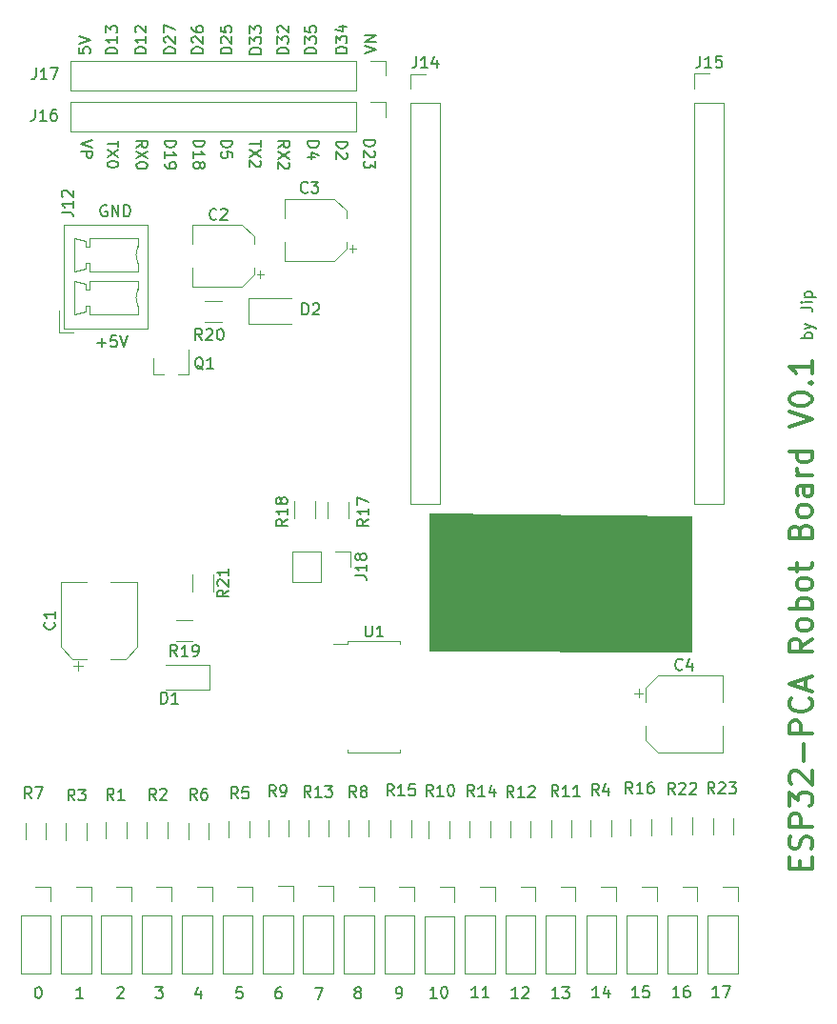
<source format=gto>
G04 #@! TF.GenerationSoftware,KiCad,Pcbnew,(5.1.10)-1*
G04 #@! TF.CreationDate,2023-01-28T17:58:28+01:00*
G04 #@! TF.ProjectId,servo_board,73657276-6f5f-4626-9f61-72642e6b6963,1.0*
G04 #@! TF.SameCoordinates,Original*
G04 #@! TF.FileFunction,Legend,Top*
G04 #@! TF.FilePolarity,Positive*
%FSLAX46Y46*%
G04 Gerber Fmt 4.6, Leading zero omitted, Abs format (unit mm)*
G04 Created by KiCad (PCBNEW (5.1.10)-1) date 2023-01-28 17:58:28*
%MOMM*%
%LPD*%
G01*
G04 APERTURE LIST*
%ADD10C,0.150000*%
%ADD11C,0.100000*%
%ADD12C,0.300000*%
%ADD13C,0.120000*%
%ADD14O,1.700000X1.700000*%
%ADD15R,1.700000X1.700000*%
%ADD16R,0.800000X0.900000*%
%ADD17O,3.600000X1.800000*%
G04 APERTURE END LIST*
D10*
X85340985Y-124061528D02*
X86102890Y-124061528D01*
X85721938Y-124442480D02*
X85721938Y-123680576D01*
X87055271Y-123442480D02*
X86579080Y-123442480D01*
X86531461Y-123918671D01*
X86579080Y-123871052D01*
X86674319Y-123823433D01*
X86912414Y-123823433D01*
X87007652Y-123871052D01*
X87055271Y-123918671D01*
X87102890Y-124013909D01*
X87102890Y-124252004D01*
X87055271Y-124347242D01*
X87007652Y-124394861D01*
X86912414Y-124442480D01*
X86674319Y-124442480D01*
X86579080Y-124394861D01*
X86531461Y-124347242D01*
X87388604Y-123442480D02*
X87721938Y-124442480D01*
X88055271Y-123442480D01*
X86179755Y-111882300D02*
X86084517Y-111834680D01*
X85941660Y-111834680D01*
X85798802Y-111882300D01*
X85703564Y-111977538D01*
X85655945Y-112072776D01*
X85608326Y-112263252D01*
X85608326Y-112406109D01*
X85655945Y-112596585D01*
X85703564Y-112691823D01*
X85798802Y-112787061D01*
X85941660Y-112834680D01*
X86036898Y-112834680D01*
X86179755Y-112787061D01*
X86227374Y-112739442D01*
X86227374Y-112406109D01*
X86036898Y-112406109D01*
X86655945Y-112834680D02*
X86655945Y-111834680D01*
X87227374Y-112834680D01*
X87227374Y-111834680D01*
X87703564Y-112834680D02*
X87703564Y-111834680D01*
X87941660Y-111834680D01*
X88084517Y-111882300D01*
X88179755Y-111977538D01*
X88227374Y-112072776D01*
X88274993Y-112263252D01*
X88274993Y-112406109D01*
X88227374Y-112596585D01*
X88179755Y-112691823D01*
X88084517Y-112787061D01*
X87941660Y-112834680D01*
X87703564Y-112834680D01*
D11*
G36*
X138201400Y-139522200D02*
G01*
X138150600Y-151549100D01*
X114871500Y-151396700D01*
X114907060Y-139245340D01*
X138201400Y-139522200D01*
G37*
X138201400Y-139522200D02*
X138150600Y-151549100D01*
X114871500Y-151396700D01*
X114907060Y-139245340D01*
X138201400Y-139522200D01*
D10*
X148933160Y-123655199D02*
X147933160Y-123655199D01*
X148314113Y-123655199D02*
X148266494Y-123559960D01*
X148266494Y-123369484D01*
X148314113Y-123274246D01*
X148361732Y-123226627D01*
X148456970Y-123179008D01*
X148742684Y-123179008D01*
X148837922Y-123226627D01*
X148885541Y-123274246D01*
X148933160Y-123369484D01*
X148933160Y-123559960D01*
X148885541Y-123655199D01*
X148266494Y-122845675D02*
X148933160Y-122607580D01*
X148266494Y-122369484D02*
X148933160Y-122607580D01*
X149171256Y-122702818D01*
X149218875Y-122750437D01*
X149266494Y-122845675D01*
X147933160Y-120940913D02*
X148647446Y-120940913D01*
X148790303Y-120988532D01*
X148885541Y-121083770D01*
X148933160Y-121226627D01*
X148933160Y-121321865D01*
X148933160Y-120464722D02*
X148266494Y-120464722D01*
X147933160Y-120464722D02*
X147980780Y-120512341D01*
X148028399Y-120464722D01*
X147980780Y-120417103D01*
X147933160Y-120464722D01*
X148028399Y-120464722D01*
X148266494Y-119988532D02*
X149266494Y-119988532D01*
X148314113Y-119988532D02*
X148266494Y-119893294D01*
X148266494Y-119702818D01*
X148314113Y-119607580D01*
X148361732Y-119559960D01*
X148456970Y-119512341D01*
X148742684Y-119512341D01*
X148837922Y-119559960D01*
X148885541Y-119607580D01*
X148933160Y-119702818D01*
X148933160Y-119893294D01*
X148885541Y-119988532D01*
D12*
X147845162Y-170796309D02*
X147845162Y-170129642D01*
X148892781Y-169843928D02*
X148892781Y-170796309D01*
X146892781Y-170796309D01*
X146892781Y-169843928D01*
X148797543Y-169082023D02*
X148892781Y-168796309D01*
X148892781Y-168320119D01*
X148797543Y-168129642D01*
X148702305Y-168034404D01*
X148511829Y-167939166D01*
X148321353Y-167939166D01*
X148130877Y-168034404D01*
X148035639Y-168129642D01*
X147940400Y-168320119D01*
X147845162Y-168701071D01*
X147749924Y-168891547D01*
X147654686Y-168986785D01*
X147464210Y-169082023D01*
X147273734Y-169082023D01*
X147083258Y-168986785D01*
X146988020Y-168891547D01*
X146892781Y-168701071D01*
X146892781Y-168224880D01*
X146988020Y-167939166D01*
X148892781Y-167082023D02*
X146892781Y-167082023D01*
X146892781Y-166320119D01*
X146988020Y-166129642D01*
X147083258Y-166034404D01*
X147273734Y-165939166D01*
X147559448Y-165939166D01*
X147749924Y-166034404D01*
X147845162Y-166129642D01*
X147940400Y-166320119D01*
X147940400Y-167082023D01*
X146892781Y-165272500D02*
X146892781Y-164034404D01*
X147654686Y-164701071D01*
X147654686Y-164415357D01*
X147749924Y-164224880D01*
X147845162Y-164129642D01*
X148035639Y-164034404D01*
X148511829Y-164034404D01*
X148702305Y-164129642D01*
X148797543Y-164224880D01*
X148892781Y-164415357D01*
X148892781Y-164986785D01*
X148797543Y-165177261D01*
X148702305Y-165272500D01*
X147083258Y-163272500D02*
X146988020Y-163177261D01*
X146892781Y-162986785D01*
X146892781Y-162510595D01*
X146988020Y-162320119D01*
X147083258Y-162224880D01*
X147273734Y-162129642D01*
X147464210Y-162129642D01*
X147749924Y-162224880D01*
X148892781Y-163367738D01*
X148892781Y-162129642D01*
X148130877Y-161272500D02*
X148130877Y-159748690D01*
X148892781Y-158796309D02*
X146892781Y-158796309D01*
X146892781Y-158034404D01*
X146988020Y-157843928D01*
X147083258Y-157748690D01*
X147273734Y-157653452D01*
X147559448Y-157653452D01*
X147749924Y-157748690D01*
X147845162Y-157843928D01*
X147940400Y-158034404D01*
X147940400Y-158796309D01*
X148702305Y-155653452D02*
X148797543Y-155748690D01*
X148892781Y-156034404D01*
X148892781Y-156224880D01*
X148797543Y-156510595D01*
X148607067Y-156701071D01*
X148416591Y-156796309D01*
X148035639Y-156891547D01*
X147749924Y-156891547D01*
X147368972Y-156796309D01*
X147178496Y-156701071D01*
X146988020Y-156510595D01*
X146892781Y-156224880D01*
X146892781Y-156034404D01*
X146988020Y-155748690D01*
X147083258Y-155653452D01*
X148321353Y-154891547D02*
X148321353Y-153939166D01*
X148892781Y-155082023D02*
X146892781Y-154415357D01*
X148892781Y-153748690D01*
X148892781Y-150415357D02*
X147940400Y-151082023D01*
X148892781Y-151558214D02*
X146892781Y-151558214D01*
X146892781Y-150796309D01*
X146988020Y-150605833D01*
X147083258Y-150510595D01*
X147273734Y-150415357D01*
X147559448Y-150415357D01*
X147749924Y-150510595D01*
X147845162Y-150605833D01*
X147940400Y-150796309D01*
X147940400Y-151558214D01*
X148892781Y-149272500D02*
X148797543Y-149462976D01*
X148702305Y-149558214D01*
X148511829Y-149653452D01*
X147940400Y-149653452D01*
X147749924Y-149558214D01*
X147654686Y-149462976D01*
X147559448Y-149272500D01*
X147559448Y-148986785D01*
X147654686Y-148796309D01*
X147749924Y-148701071D01*
X147940400Y-148605833D01*
X148511829Y-148605833D01*
X148702305Y-148701071D01*
X148797543Y-148796309D01*
X148892781Y-148986785D01*
X148892781Y-149272500D01*
X148892781Y-147748690D02*
X146892781Y-147748690D01*
X147654686Y-147748690D02*
X147559448Y-147558214D01*
X147559448Y-147177261D01*
X147654686Y-146986785D01*
X147749924Y-146891547D01*
X147940400Y-146796309D01*
X148511829Y-146796309D01*
X148702305Y-146891547D01*
X148797543Y-146986785D01*
X148892781Y-147177261D01*
X148892781Y-147558214D01*
X148797543Y-147748690D01*
X148892781Y-145653452D02*
X148797543Y-145843928D01*
X148702305Y-145939166D01*
X148511829Y-146034404D01*
X147940400Y-146034404D01*
X147749924Y-145939166D01*
X147654686Y-145843928D01*
X147559448Y-145653452D01*
X147559448Y-145367738D01*
X147654686Y-145177261D01*
X147749924Y-145082023D01*
X147940400Y-144986785D01*
X148511829Y-144986785D01*
X148702305Y-145082023D01*
X148797543Y-145177261D01*
X148892781Y-145367738D01*
X148892781Y-145653452D01*
X147559448Y-144415357D02*
X147559448Y-143653452D01*
X146892781Y-144129642D02*
X148607067Y-144129642D01*
X148797543Y-144034404D01*
X148892781Y-143843928D01*
X148892781Y-143653452D01*
X147845162Y-140796309D02*
X147940400Y-140510595D01*
X148035639Y-140415357D01*
X148226115Y-140320119D01*
X148511829Y-140320119D01*
X148702305Y-140415357D01*
X148797543Y-140510595D01*
X148892781Y-140701071D01*
X148892781Y-141462976D01*
X146892781Y-141462976D01*
X146892781Y-140796309D01*
X146988020Y-140605833D01*
X147083258Y-140510595D01*
X147273734Y-140415357D01*
X147464210Y-140415357D01*
X147654686Y-140510595D01*
X147749924Y-140605833D01*
X147845162Y-140796309D01*
X147845162Y-141462976D01*
X148892781Y-139177261D02*
X148797543Y-139367738D01*
X148702305Y-139462976D01*
X148511829Y-139558214D01*
X147940400Y-139558214D01*
X147749924Y-139462976D01*
X147654686Y-139367738D01*
X147559448Y-139177261D01*
X147559448Y-138891547D01*
X147654686Y-138701071D01*
X147749924Y-138605833D01*
X147940400Y-138510595D01*
X148511829Y-138510595D01*
X148702305Y-138605833D01*
X148797543Y-138701071D01*
X148892781Y-138891547D01*
X148892781Y-139177261D01*
X148892781Y-136796309D02*
X147845162Y-136796309D01*
X147654686Y-136891547D01*
X147559448Y-137082023D01*
X147559448Y-137462976D01*
X147654686Y-137653452D01*
X148797543Y-136796309D02*
X148892781Y-136986785D01*
X148892781Y-137462976D01*
X148797543Y-137653452D01*
X148607067Y-137748690D01*
X148416591Y-137748690D01*
X148226115Y-137653452D01*
X148130877Y-137462976D01*
X148130877Y-136986785D01*
X148035639Y-136796309D01*
X148892781Y-135843928D02*
X147559448Y-135843928D01*
X147940400Y-135843928D02*
X147749924Y-135748690D01*
X147654686Y-135653452D01*
X147559448Y-135462976D01*
X147559448Y-135272500D01*
X148892781Y-133748690D02*
X146892781Y-133748690D01*
X148797543Y-133748690D02*
X148892781Y-133939166D01*
X148892781Y-134320119D01*
X148797543Y-134510595D01*
X148702305Y-134605833D01*
X148511829Y-134701071D01*
X147940400Y-134701071D01*
X147749924Y-134605833D01*
X147654686Y-134510595D01*
X147559448Y-134320119D01*
X147559448Y-133939166D01*
X147654686Y-133748690D01*
X146892781Y-131558214D02*
X148892781Y-130891547D01*
X146892781Y-130224880D01*
X146892781Y-129177261D02*
X146892781Y-128986785D01*
X146988020Y-128796309D01*
X147083258Y-128701071D01*
X147273734Y-128605833D01*
X147654686Y-128510595D01*
X148130877Y-128510595D01*
X148511829Y-128605833D01*
X148702305Y-128701071D01*
X148797543Y-128796309D01*
X148892781Y-128986785D01*
X148892781Y-129177261D01*
X148797543Y-129367738D01*
X148702305Y-129462976D01*
X148511829Y-129558214D01*
X148130877Y-129653452D01*
X147654686Y-129653452D01*
X147273734Y-129558214D01*
X147083258Y-129462976D01*
X146988020Y-129367738D01*
X146892781Y-129177261D01*
X148702305Y-127653452D02*
X148797543Y-127558214D01*
X148892781Y-127653452D01*
X148797543Y-127748690D01*
X148702305Y-127653452D01*
X148892781Y-127653452D01*
X148892781Y-125653452D02*
X148892781Y-126796309D01*
X148892781Y-126224880D02*
X146892781Y-126224880D01*
X147178496Y-126415357D01*
X147368972Y-126605833D01*
X147464210Y-126796309D01*
D10*
X109034319Y-106072774D02*
X110034319Y-106072774D01*
X110034319Y-106310869D01*
X109986700Y-106453726D01*
X109891461Y-106548964D01*
X109796223Y-106596583D01*
X109605747Y-106644202D01*
X109462890Y-106644202D01*
X109272414Y-106596583D01*
X109177176Y-106548964D01*
X109081938Y-106453726D01*
X109034319Y-106310869D01*
X109034319Y-106072774D01*
X109939080Y-107025155D02*
X109986700Y-107072774D01*
X110034319Y-107168012D01*
X110034319Y-107406107D01*
X109986700Y-107501345D01*
X109939080Y-107548964D01*
X109843842Y-107596583D01*
X109748604Y-107596583D01*
X109605747Y-107548964D01*
X109034319Y-106977536D01*
X109034319Y-107596583D01*
X110034319Y-107929917D02*
X110034319Y-108548964D01*
X109653366Y-108215631D01*
X109653366Y-108358488D01*
X109605747Y-108453726D01*
X109558128Y-108501345D01*
X109462890Y-108548964D01*
X109224795Y-108548964D01*
X109129557Y-108501345D01*
X109081938Y-108453726D01*
X109034319Y-108358488D01*
X109034319Y-108072774D01*
X109081938Y-107977536D01*
X109129557Y-107929917D01*
X106580679Y-106203524D02*
X107580679Y-106203524D01*
X107580679Y-106441620D01*
X107533060Y-106584477D01*
X107437821Y-106679715D01*
X107342583Y-106727334D01*
X107152107Y-106774953D01*
X107009250Y-106774953D01*
X106818774Y-106727334D01*
X106723536Y-106679715D01*
X106628298Y-106584477D01*
X106580679Y-106441620D01*
X106580679Y-106203524D01*
X107485440Y-107155905D02*
X107533060Y-107203524D01*
X107580679Y-107298762D01*
X107580679Y-107536858D01*
X107533060Y-107632096D01*
X107485440Y-107679715D01*
X107390202Y-107727334D01*
X107294964Y-107727334D01*
X107152107Y-107679715D01*
X106580679Y-107108286D01*
X106580679Y-107727334D01*
X104045759Y-106178124D02*
X105045759Y-106178124D01*
X105045759Y-106416220D01*
X104998140Y-106559077D01*
X104902901Y-106654315D01*
X104807663Y-106701934D01*
X104617187Y-106749553D01*
X104474330Y-106749553D01*
X104283854Y-106701934D01*
X104188616Y-106654315D01*
X104093378Y-106559077D01*
X104045759Y-106416220D01*
X104045759Y-106178124D01*
X104712425Y-107606696D02*
X104045759Y-107606696D01*
X105093378Y-107368600D02*
X104379092Y-107130505D01*
X104379092Y-107749553D01*
X101429559Y-106725482D02*
X101905749Y-106392149D01*
X101429559Y-106154054D02*
X102429559Y-106154054D01*
X102429559Y-106535006D01*
X102381940Y-106630244D01*
X102334320Y-106677863D01*
X102239082Y-106725482D01*
X102096225Y-106725482D01*
X102000987Y-106677863D01*
X101953368Y-106630244D01*
X101905749Y-106535006D01*
X101905749Y-106154054D01*
X102429559Y-107058816D02*
X101429559Y-107725482D01*
X102429559Y-107725482D02*
X101429559Y-107058816D01*
X102334320Y-108058816D02*
X102381940Y-108106435D01*
X102429559Y-108201673D01*
X102429559Y-108439768D01*
X102381940Y-108535006D01*
X102334320Y-108582625D01*
X102239082Y-108630244D01*
X102143844Y-108630244D01*
X102000987Y-108582625D01*
X101429559Y-108011197D01*
X101429559Y-108630244D01*
X99869239Y-106074364D02*
X99869239Y-106645793D01*
X98869239Y-106360079D02*
X99869239Y-106360079D01*
X99869239Y-106883888D02*
X98869239Y-107550555D01*
X99869239Y-107550555D02*
X98869239Y-106883888D01*
X99774000Y-107883888D02*
X99821620Y-107931507D01*
X99869239Y-108026745D01*
X99869239Y-108264840D01*
X99821620Y-108360079D01*
X99774000Y-108407698D01*
X99678762Y-108455317D01*
X99583524Y-108455317D01*
X99440667Y-108407698D01*
X98869239Y-107836269D01*
X98869239Y-108455317D01*
X96334319Y-106127324D02*
X97334319Y-106127324D01*
X97334319Y-106365420D01*
X97286700Y-106508277D01*
X97191461Y-106603515D01*
X97096223Y-106651134D01*
X96905747Y-106698753D01*
X96762890Y-106698753D01*
X96572414Y-106651134D01*
X96477176Y-106603515D01*
X96381938Y-106508277D01*
X96334319Y-106365420D01*
X96334319Y-106127324D01*
X97334319Y-107603515D02*
X97334319Y-107127324D01*
X96858128Y-107079705D01*
X96905747Y-107127324D01*
X96953366Y-107222562D01*
X96953366Y-107460658D01*
X96905747Y-107555896D01*
X96858128Y-107603515D01*
X96762890Y-107651134D01*
X96524795Y-107651134D01*
X96429557Y-107603515D01*
X96381938Y-107555896D01*
X96334319Y-107460658D01*
X96334319Y-107222562D01*
X96381938Y-107127324D01*
X96429557Y-107079705D01*
X93885759Y-106103254D02*
X94885759Y-106103254D01*
X94885759Y-106341349D01*
X94838140Y-106484206D01*
X94742901Y-106579444D01*
X94647663Y-106627063D01*
X94457187Y-106674682D01*
X94314330Y-106674682D01*
X94123854Y-106627063D01*
X94028616Y-106579444D01*
X93933378Y-106484206D01*
X93885759Y-106341349D01*
X93885759Y-106103254D01*
X93885759Y-107627063D02*
X93885759Y-107055635D01*
X93885759Y-107341349D02*
X94885759Y-107341349D01*
X94742901Y-107246111D01*
X94647663Y-107150873D01*
X94600044Y-107055635D01*
X94457187Y-108198492D02*
X94504806Y-108103254D01*
X94552425Y-108055635D01*
X94647663Y-108008016D01*
X94695282Y-108008016D01*
X94790520Y-108055635D01*
X94838140Y-108103254D01*
X94885759Y-108198492D01*
X94885759Y-108388968D01*
X94838140Y-108484206D01*
X94790520Y-108531825D01*
X94695282Y-108579444D01*
X94647663Y-108579444D01*
X94552425Y-108531825D01*
X94504806Y-108484206D01*
X94457187Y-108388968D01*
X94457187Y-108198492D01*
X94409568Y-108103254D01*
X94361949Y-108055635D01*
X94266711Y-108008016D01*
X94076235Y-108008016D01*
X93980997Y-108055635D01*
X93933378Y-108103254D01*
X93885759Y-108198492D01*
X93885759Y-108388968D01*
X93933378Y-108484206D01*
X93980997Y-108531825D01*
X94076235Y-108579444D01*
X94266711Y-108579444D01*
X94361949Y-108531825D01*
X94409568Y-108484206D01*
X94457187Y-108388968D01*
X91350839Y-106128654D02*
X92350839Y-106128654D01*
X92350839Y-106366749D01*
X92303220Y-106509606D01*
X92207981Y-106604844D01*
X92112743Y-106652463D01*
X91922267Y-106700082D01*
X91779410Y-106700082D01*
X91588934Y-106652463D01*
X91493696Y-106604844D01*
X91398458Y-106509606D01*
X91350839Y-106366749D01*
X91350839Y-106128654D01*
X91350839Y-107652463D02*
X91350839Y-107081035D01*
X91350839Y-107366749D02*
X92350839Y-107366749D01*
X92207981Y-107271511D01*
X92112743Y-107176273D01*
X92065124Y-107081035D01*
X91350839Y-108128654D02*
X91350839Y-108319130D01*
X91398458Y-108414368D01*
X91446077Y-108461987D01*
X91588934Y-108557225D01*
X91779410Y-108604844D01*
X92160362Y-108604844D01*
X92255600Y-108557225D01*
X92303220Y-108509606D01*
X92350839Y-108414368D01*
X92350839Y-108223892D01*
X92303220Y-108128654D01*
X92255600Y-108081035D01*
X92160362Y-108033416D01*
X91922267Y-108033416D01*
X91827029Y-108081035D01*
X91779410Y-108128654D01*
X91731791Y-108223892D01*
X91731791Y-108414368D01*
X91779410Y-108509606D01*
X91827029Y-108557225D01*
X91922267Y-108604844D01*
X88820999Y-106700082D02*
X89297189Y-106366749D01*
X88820999Y-106128654D02*
X89820999Y-106128654D01*
X89820999Y-106509606D01*
X89773380Y-106604844D01*
X89725760Y-106652463D01*
X89630522Y-106700082D01*
X89487665Y-106700082D01*
X89392427Y-106652463D01*
X89344808Y-106604844D01*
X89297189Y-106509606D01*
X89297189Y-106128654D01*
X89820999Y-107033416D02*
X88820999Y-107700082D01*
X89820999Y-107700082D02*
X88820999Y-107033416D01*
X89820999Y-108271511D02*
X89820999Y-108366749D01*
X89773380Y-108461987D01*
X89725760Y-108509606D01*
X89630522Y-108557225D01*
X89440046Y-108604844D01*
X89201951Y-108604844D01*
X89011475Y-108557225D01*
X88916237Y-108509606D01*
X88868618Y-108461987D01*
X88820999Y-108366749D01*
X88820999Y-108271511D01*
X88868618Y-108176273D01*
X88916237Y-108128654D01*
X89011475Y-108081035D01*
X89201951Y-108033416D01*
X89440046Y-108033416D01*
X89630522Y-108081035D01*
X89725760Y-108128654D01*
X89773380Y-108176273D01*
X89820999Y-108271511D01*
X87230199Y-106104844D02*
X87230199Y-106676273D01*
X86230199Y-106390559D02*
X87230199Y-106390559D01*
X87230199Y-106914368D02*
X86230199Y-107581035D01*
X87230199Y-107581035D02*
X86230199Y-106914368D01*
X87230199Y-108152463D02*
X87230199Y-108247701D01*
X87182580Y-108342940D01*
X87134960Y-108390559D01*
X87039722Y-108438178D01*
X86849246Y-108485797D01*
X86611151Y-108485797D01*
X86420675Y-108438178D01*
X86325437Y-108390559D01*
X86277818Y-108342940D01*
X86230199Y-108247701D01*
X86230199Y-108152463D01*
X86277818Y-108057225D01*
X86325437Y-108009606D01*
X86420675Y-107961987D01*
X86611151Y-107914368D01*
X86849246Y-107914368D01*
X87039722Y-107961987D01*
X87134960Y-108009606D01*
X87182580Y-108057225D01*
X87230199Y-108152463D01*
X84888319Y-106057486D02*
X83888319Y-106390820D01*
X84888319Y-106724153D01*
X83888319Y-107057486D02*
X84888319Y-107057486D01*
X84888319Y-107438439D01*
X84840700Y-107533677D01*
X84793080Y-107581296D01*
X84697842Y-107628915D01*
X84554985Y-107628915D01*
X84459747Y-107581296D01*
X84412128Y-107533677D01*
X84364509Y-107438439D01*
X84364509Y-107057486D01*
X109096560Y-98324562D02*
X110096560Y-97991229D01*
X109096560Y-97657896D01*
X110096560Y-97324562D02*
X109096560Y-97324562D01*
X110096560Y-96753134D01*
X109096560Y-96753134D01*
X107541320Y-98341345D02*
X106541320Y-98341345D01*
X106541320Y-98103250D01*
X106588940Y-97960393D01*
X106684178Y-97865155D01*
X106779416Y-97817536D01*
X106969892Y-97769917D01*
X107112749Y-97769917D01*
X107303225Y-97817536D01*
X107398463Y-97865155D01*
X107493701Y-97960393D01*
X107541320Y-98103250D01*
X107541320Y-98341345D01*
X106541320Y-97436583D02*
X106541320Y-96817536D01*
X106922273Y-97150869D01*
X106922273Y-97008012D01*
X106969892Y-96912774D01*
X107017511Y-96865155D01*
X107112749Y-96817536D01*
X107350844Y-96817536D01*
X107446082Y-96865155D01*
X107493701Y-96912774D01*
X107541320Y-97008012D01*
X107541320Y-97293726D01*
X107493701Y-97388964D01*
X107446082Y-97436583D01*
X106874654Y-95960393D02*
X107541320Y-95960393D01*
X106493701Y-96198488D02*
X107207987Y-96436583D01*
X107207987Y-95817536D01*
X104818440Y-98371825D02*
X103818440Y-98371825D01*
X103818440Y-98133730D01*
X103866060Y-97990873D01*
X103961298Y-97895635D01*
X104056536Y-97848016D01*
X104247012Y-97800397D01*
X104389869Y-97800397D01*
X104580345Y-97848016D01*
X104675583Y-97895635D01*
X104770821Y-97990873D01*
X104818440Y-98133730D01*
X104818440Y-98371825D01*
X103818440Y-97467063D02*
X103818440Y-96848016D01*
X104199393Y-97181349D01*
X104199393Y-97038492D01*
X104247012Y-96943254D01*
X104294631Y-96895635D01*
X104389869Y-96848016D01*
X104627964Y-96848016D01*
X104723202Y-96895635D01*
X104770821Y-96943254D01*
X104818440Y-97038492D01*
X104818440Y-97324206D01*
X104770821Y-97419444D01*
X104723202Y-97467063D01*
X103818440Y-95943254D02*
X103818440Y-96419444D01*
X104294631Y-96467063D01*
X104247012Y-96419444D01*
X104199393Y-96324206D01*
X104199393Y-96086111D01*
X104247012Y-95990873D01*
X104294631Y-95943254D01*
X104389869Y-95895635D01*
X104627964Y-95895635D01*
X104723202Y-95943254D01*
X104770821Y-95990873D01*
X104818440Y-96086111D01*
X104818440Y-96324206D01*
X104770821Y-96419444D01*
X104723202Y-96467063D01*
X102344480Y-98371825D02*
X101344480Y-98371825D01*
X101344480Y-98133730D01*
X101392100Y-97990873D01*
X101487338Y-97895635D01*
X101582576Y-97848016D01*
X101773052Y-97800397D01*
X101915909Y-97800397D01*
X102106385Y-97848016D01*
X102201623Y-97895635D01*
X102296861Y-97990873D01*
X102344480Y-98133730D01*
X102344480Y-98371825D01*
X101344480Y-97467063D02*
X101344480Y-96848016D01*
X101725433Y-97181349D01*
X101725433Y-97038492D01*
X101773052Y-96943254D01*
X101820671Y-96895635D01*
X101915909Y-96848016D01*
X102154004Y-96848016D01*
X102249242Y-96895635D01*
X102296861Y-96943254D01*
X102344480Y-97038492D01*
X102344480Y-97324206D01*
X102296861Y-97419444D01*
X102249242Y-97467063D01*
X101439719Y-96467063D02*
X101392100Y-96419444D01*
X101344480Y-96324206D01*
X101344480Y-96086111D01*
X101392100Y-95990873D01*
X101439719Y-95943254D01*
X101534957Y-95895635D01*
X101630195Y-95895635D01*
X101773052Y-95943254D01*
X102344480Y-96514682D01*
X102344480Y-95895635D01*
X99916240Y-98402305D02*
X98916240Y-98402305D01*
X98916240Y-98164210D01*
X98963860Y-98021353D01*
X99059098Y-97926115D01*
X99154336Y-97878496D01*
X99344812Y-97830877D01*
X99487669Y-97830877D01*
X99678145Y-97878496D01*
X99773383Y-97926115D01*
X99868621Y-98021353D01*
X99916240Y-98164210D01*
X99916240Y-98402305D01*
X98916240Y-97497543D02*
X98916240Y-96878496D01*
X99297193Y-97211829D01*
X99297193Y-97068972D01*
X99344812Y-96973734D01*
X99392431Y-96926115D01*
X99487669Y-96878496D01*
X99725764Y-96878496D01*
X99821002Y-96926115D01*
X99868621Y-96973734D01*
X99916240Y-97068972D01*
X99916240Y-97354686D01*
X99868621Y-97449924D01*
X99821002Y-97497543D01*
X98916240Y-96545162D02*
X98916240Y-95926115D01*
X99297193Y-96259448D01*
X99297193Y-96116591D01*
X99344812Y-96021353D01*
X99392431Y-95973734D01*
X99487669Y-95926115D01*
X99725764Y-95926115D01*
X99821002Y-95973734D01*
X99868621Y-96021353D01*
X99916240Y-96116591D01*
X99916240Y-96402305D01*
X99868621Y-96497543D01*
X99821002Y-96545162D01*
X97300040Y-98376905D02*
X96300040Y-98376905D01*
X96300040Y-98138810D01*
X96347660Y-97995953D01*
X96442898Y-97900715D01*
X96538136Y-97853096D01*
X96728612Y-97805477D01*
X96871469Y-97805477D01*
X97061945Y-97853096D01*
X97157183Y-97900715D01*
X97252421Y-97995953D01*
X97300040Y-98138810D01*
X97300040Y-98376905D01*
X96395279Y-97424524D02*
X96347660Y-97376905D01*
X96300040Y-97281667D01*
X96300040Y-97043572D01*
X96347660Y-96948334D01*
X96395279Y-96900715D01*
X96490517Y-96853096D01*
X96585755Y-96853096D01*
X96728612Y-96900715D01*
X97300040Y-97472143D01*
X97300040Y-96853096D01*
X96300040Y-95948334D02*
X96300040Y-96424524D01*
X96776231Y-96472143D01*
X96728612Y-96424524D01*
X96680993Y-96329286D01*
X96680993Y-96091191D01*
X96728612Y-95995953D01*
X96776231Y-95948334D01*
X96871469Y-95900715D01*
X97109564Y-95900715D01*
X97204802Y-95948334D01*
X97252421Y-95995953D01*
X97300040Y-96091191D01*
X97300040Y-96329286D01*
X97252421Y-96424524D01*
X97204802Y-96472143D01*
X94749880Y-98366745D02*
X93749880Y-98366745D01*
X93749880Y-98128650D01*
X93797500Y-97985793D01*
X93892738Y-97890555D01*
X93987976Y-97842936D01*
X94178452Y-97795317D01*
X94321309Y-97795317D01*
X94511785Y-97842936D01*
X94607023Y-97890555D01*
X94702261Y-97985793D01*
X94749880Y-98128650D01*
X94749880Y-98366745D01*
X93845119Y-97414364D02*
X93797500Y-97366745D01*
X93749880Y-97271507D01*
X93749880Y-97033412D01*
X93797500Y-96938174D01*
X93845119Y-96890555D01*
X93940357Y-96842936D01*
X94035595Y-96842936D01*
X94178452Y-96890555D01*
X94749880Y-97461983D01*
X94749880Y-96842936D01*
X93749880Y-95985793D02*
X93749880Y-96176269D01*
X93797500Y-96271507D01*
X93845119Y-96319126D01*
X93987976Y-96414364D01*
X94178452Y-96461983D01*
X94559404Y-96461983D01*
X94654642Y-96414364D01*
X94702261Y-96366745D01*
X94749880Y-96271507D01*
X94749880Y-96081031D01*
X94702261Y-95985793D01*
X94654642Y-95938174D01*
X94559404Y-95890555D01*
X94321309Y-95890555D01*
X94226071Y-95938174D01*
X94178452Y-95985793D01*
X94130833Y-96081031D01*
X94130833Y-96271507D01*
X94178452Y-96366745D01*
X94226071Y-96414364D01*
X94321309Y-96461983D01*
X92291160Y-98366745D02*
X91291160Y-98366745D01*
X91291160Y-98128650D01*
X91338780Y-97985793D01*
X91434018Y-97890555D01*
X91529256Y-97842936D01*
X91719732Y-97795317D01*
X91862589Y-97795317D01*
X92053065Y-97842936D01*
X92148303Y-97890555D01*
X92243541Y-97985793D01*
X92291160Y-98128650D01*
X92291160Y-98366745D01*
X91386399Y-97414364D02*
X91338780Y-97366745D01*
X91291160Y-97271507D01*
X91291160Y-97033412D01*
X91338780Y-96938174D01*
X91386399Y-96890555D01*
X91481637Y-96842936D01*
X91576875Y-96842936D01*
X91719732Y-96890555D01*
X92291160Y-97461983D01*
X92291160Y-96842936D01*
X91291160Y-96509602D02*
X91291160Y-95842936D01*
X92291160Y-96271507D01*
X89680040Y-98366745D02*
X88680040Y-98366745D01*
X88680040Y-98128650D01*
X88727660Y-97985793D01*
X88822898Y-97890555D01*
X88918136Y-97842936D01*
X89108612Y-97795317D01*
X89251469Y-97795317D01*
X89441945Y-97842936D01*
X89537183Y-97890555D01*
X89632421Y-97985793D01*
X89680040Y-98128650D01*
X89680040Y-98366745D01*
X89680040Y-96842936D02*
X89680040Y-97414364D01*
X89680040Y-97128650D02*
X88680040Y-97128650D01*
X88822898Y-97223888D01*
X88918136Y-97319126D01*
X88965755Y-97414364D01*
X88775279Y-96461983D02*
X88727660Y-96414364D01*
X88680040Y-96319126D01*
X88680040Y-96081031D01*
X88727660Y-95985793D01*
X88775279Y-95938174D01*
X88870517Y-95890555D01*
X88965755Y-95890555D01*
X89108612Y-95938174D01*
X89680040Y-96509602D01*
X89680040Y-95890555D01*
X87124800Y-98371825D02*
X86124800Y-98371825D01*
X86124800Y-98133730D01*
X86172420Y-97990873D01*
X86267658Y-97895635D01*
X86362896Y-97848016D01*
X86553372Y-97800397D01*
X86696229Y-97800397D01*
X86886705Y-97848016D01*
X86981943Y-97895635D01*
X87077181Y-97990873D01*
X87124800Y-98133730D01*
X87124800Y-98371825D01*
X87124800Y-96848016D02*
X87124800Y-97419444D01*
X87124800Y-97133730D02*
X86124800Y-97133730D01*
X86267658Y-97228968D01*
X86362896Y-97324206D01*
X86410515Y-97419444D01*
X86124800Y-96514682D02*
X86124800Y-95895635D01*
X86505753Y-96228968D01*
X86505753Y-96086111D01*
X86553372Y-95990873D01*
X86600991Y-95943254D01*
X86696229Y-95895635D01*
X86934324Y-95895635D01*
X87029562Y-95943254D01*
X87077181Y-95990873D01*
X87124800Y-96086111D01*
X87124800Y-96371825D01*
X87077181Y-96467063D01*
X87029562Y-96514682D01*
X83711800Y-97840776D02*
X83711800Y-98316966D01*
X84187991Y-98364585D01*
X84140372Y-98316966D01*
X84092753Y-98221728D01*
X84092753Y-97983633D01*
X84140372Y-97888395D01*
X84187991Y-97840776D01*
X84283229Y-97793157D01*
X84521324Y-97793157D01*
X84616562Y-97840776D01*
X84664181Y-97888395D01*
X84711800Y-97983633D01*
X84711800Y-98221728D01*
X84664181Y-98316966D01*
X84616562Y-98364585D01*
X83711800Y-97507442D02*
X84711800Y-97174109D01*
X83711800Y-96840776D01*
X140627123Y-182214780D02*
X140055695Y-182214780D01*
X140341409Y-182214780D02*
X140341409Y-181214780D01*
X140246171Y-181357638D01*
X140150933Y-181452876D01*
X140055695Y-181500495D01*
X140960457Y-181214780D02*
X141627123Y-181214780D01*
X141198552Y-182214780D01*
X137083823Y-182240180D02*
X136512395Y-182240180D01*
X136798109Y-182240180D02*
X136798109Y-181240180D01*
X136702871Y-181383038D01*
X136607633Y-181478276D01*
X136512395Y-181525895D01*
X137940966Y-181240180D02*
X137750490Y-181240180D01*
X137655252Y-181287800D01*
X137607633Y-181335419D01*
X137512395Y-181478276D01*
X137464776Y-181668752D01*
X137464776Y-182049704D01*
X137512395Y-182144942D01*
X137560014Y-182192561D01*
X137655252Y-182240180D01*
X137845728Y-182240180D01*
X137940966Y-182192561D01*
X137988585Y-182144942D01*
X138036204Y-182049704D01*
X138036204Y-181811609D01*
X137988585Y-181716371D01*
X137940966Y-181668752D01*
X137845728Y-181621133D01*
X137655252Y-181621133D01*
X137560014Y-181668752D01*
X137512395Y-181716371D01*
X137464776Y-181811609D01*
X133464323Y-182265580D02*
X132892895Y-182265580D01*
X133178609Y-182265580D02*
X133178609Y-181265580D01*
X133083371Y-181408438D01*
X132988133Y-181503676D01*
X132892895Y-181551295D01*
X134369085Y-181265580D02*
X133892895Y-181265580D01*
X133845276Y-181741771D01*
X133892895Y-181694152D01*
X133988133Y-181646533D01*
X134226228Y-181646533D01*
X134321466Y-181694152D01*
X134369085Y-181741771D01*
X134416704Y-181837009D01*
X134416704Y-182075104D01*
X134369085Y-182170342D01*
X134321466Y-182217961D01*
X134226228Y-182265580D01*
X133988133Y-182265580D01*
X133892895Y-182217961D01*
X133845276Y-182170342D01*
X129959123Y-182265580D02*
X129387695Y-182265580D01*
X129673409Y-182265580D02*
X129673409Y-181265580D01*
X129578171Y-181408438D01*
X129482933Y-181503676D01*
X129387695Y-181551295D01*
X130816266Y-181598914D02*
X130816266Y-182265580D01*
X130578171Y-181217961D02*
X130340076Y-181932247D01*
X130959123Y-181932247D01*
X126352323Y-182329080D02*
X125780895Y-182329080D01*
X126066609Y-182329080D02*
X126066609Y-181329080D01*
X125971371Y-181471938D01*
X125876133Y-181567176D01*
X125780895Y-181614795D01*
X126685657Y-181329080D02*
X127304704Y-181329080D01*
X126971371Y-181710033D01*
X127114228Y-181710033D01*
X127209466Y-181757652D01*
X127257085Y-181805271D01*
X127304704Y-181900509D01*
X127304704Y-182138604D01*
X127257085Y-182233842D01*
X127209466Y-182281461D01*
X127114228Y-182329080D01*
X126828514Y-182329080D01*
X126733276Y-182281461D01*
X126685657Y-182233842D01*
X122758223Y-182329080D02*
X122186795Y-182329080D01*
X122472509Y-182329080D02*
X122472509Y-181329080D01*
X122377271Y-181471938D01*
X122282033Y-181567176D01*
X122186795Y-181614795D01*
X123139176Y-181424319D02*
X123186795Y-181376700D01*
X123282033Y-181329080D01*
X123520128Y-181329080D01*
X123615366Y-181376700D01*
X123662985Y-181424319D01*
X123710604Y-181519557D01*
X123710604Y-181614795D01*
X123662985Y-181757652D01*
X123091557Y-182329080D01*
X123710604Y-182329080D01*
X119202223Y-182265580D02*
X118630795Y-182265580D01*
X118916509Y-182265580D02*
X118916509Y-181265580D01*
X118821271Y-181408438D01*
X118726033Y-181503676D01*
X118630795Y-181551295D01*
X120154604Y-182265580D02*
X119583176Y-182265580D01*
X119868890Y-182265580D02*
X119868890Y-181265580D01*
X119773652Y-181408438D01*
X119678414Y-181503676D01*
X119583176Y-181551295D01*
X115531923Y-182303680D02*
X114960495Y-182303680D01*
X115246209Y-182303680D02*
X115246209Y-181303680D01*
X115150971Y-181446538D01*
X115055733Y-181541776D01*
X114960495Y-181589395D01*
X116150971Y-181303680D02*
X116246209Y-181303680D01*
X116341447Y-181351300D01*
X116389066Y-181398919D01*
X116436685Y-181494157D01*
X116484304Y-181684633D01*
X116484304Y-181922728D01*
X116436685Y-182113204D01*
X116389066Y-182208442D01*
X116341447Y-182256061D01*
X116246209Y-182303680D01*
X116150971Y-182303680D01*
X116055733Y-182256061D01*
X116008114Y-182208442D01*
X115960495Y-182113204D01*
X115912876Y-181922728D01*
X115912876Y-181684633D01*
X115960495Y-181494157D01*
X116008114Y-181398919D01*
X116055733Y-181351300D01*
X116150971Y-181303680D01*
X111975923Y-182329080D02*
X112166400Y-182329080D01*
X112261638Y-182281461D01*
X112309257Y-182233842D01*
X112404495Y-182090985D01*
X112452114Y-181900509D01*
X112452114Y-181519557D01*
X112404495Y-181424319D01*
X112356876Y-181376700D01*
X112261638Y-181329080D01*
X112071161Y-181329080D01*
X111975923Y-181376700D01*
X111928304Y-181424319D01*
X111880685Y-181519557D01*
X111880685Y-181757652D01*
X111928304Y-181852890D01*
X111975923Y-181900509D01*
X112071161Y-181948128D01*
X112261638Y-181948128D01*
X112356876Y-181900509D01*
X112404495Y-181852890D01*
X112452114Y-181757652D01*
X108413561Y-181783052D02*
X108318323Y-181735433D01*
X108270704Y-181687814D01*
X108223085Y-181592576D01*
X108223085Y-181544957D01*
X108270704Y-181449719D01*
X108318323Y-181402100D01*
X108413561Y-181354480D01*
X108604038Y-181354480D01*
X108699276Y-181402100D01*
X108746895Y-181449719D01*
X108794514Y-181544957D01*
X108794514Y-181592576D01*
X108746895Y-181687814D01*
X108699276Y-181735433D01*
X108604038Y-181783052D01*
X108413561Y-181783052D01*
X108318323Y-181830671D01*
X108270704Y-181878290D01*
X108223085Y-181973528D01*
X108223085Y-182164004D01*
X108270704Y-182259242D01*
X108318323Y-182306861D01*
X108413561Y-182354480D01*
X108604038Y-182354480D01*
X108699276Y-182306861D01*
X108746895Y-182259242D01*
X108794514Y-182164004D01*
X108794514Y-181973528D01*
X108746895Y-181878290D01*
X108699276Y-181830671D01*
X108604038Y-181783052D01*
X104759166Y-181379880D02*
X105425833Y-181379880D01*
X104997261Y-182379880D01*
X101663476Y-181354480D02*
X101473000Y-181354480D01*
X101377761Y-181402100D01*
X101330142Y-181449719D01*
X101234904Y-181592576D01*
X101187285Y-181783052D01*
X101187285Y-182164004D01*
X101234904Y-182259242D01*
X101282523Y-182306861D01*
X101377761Y-182354480D01*
X101568238Y-182354480D01*
X101663476Y-182306861D01*
X101711095Y-182259242D01*
X101758714Y-182164004D01*
X101758714Y-181925909D01*
X101711095Y-181830671D01*
X101663476Y-181783052D01*
X101568238Y-181735433D01*
X101377761Y-181735433D01*
X101282523Y-181783052D01*
X101234904Y-181830671D01*
X101187285Y-181925909D01*
X98218595Y-181329080D02*
X97742404Y-181329080D01*
X97694785Y-181805271D01*
X97742404Y-181757652D01*
X97837642Y-181710033D01*
X98075738Y-181710033D01*
X98170976Y-181757652D01*
X98218595Y-181805271D01*
X98266214Y-181900509D01*
X98266214Y-182138604D01*
X98218595Y-182233842D01*
X98170976Y-182281461D01*
X98075738Y-182329080D01*
X97837642Y-182329080D01*
X97742404Y-182281461D01*
X97694785Y-182233842D01*
X94538776Y-181675114D02*
X94538776Y-182341780D01*
X94300680Y-181294161D02*
X94062585Y-182008447D01*
X94681633Y-182008447D01*
X90535166Y-181316380D02*
X91154214Y-181316380D01*
X90820880Y-181697333D01*
X90963738Y-181697333D01*
X91058976Y-181744952D01*
X91106595Y-181792571D01*
X91154214Y-181887809D01*
X91154214Y-182125904D01*
X91106595Y-182221142D01*
X91058976Y-182268761D01*
X90963738Y-182316380D01*
X90678023Y-182316380D01*
X90582785Y-182268761D01*
X90535166Y-182221142D01*
X87128385Y-181411619D02*
X87176004Y-181364000D01*
X87271242Y-181316380D01*
X87509338Y-181316380D01*
X87604576Y-181364000D01*
X87652195Y-181411619D01*
X87699814Y-181506857D01*
X87699814Y-181602095D01*
X87652195Y-181744952D01*
X87080766Y-182316380D01*
X87699814Y-182316380D01*
X84080314Y-182316380D02*
X83508885Y-182316380D01*
X83794600Y-182316380D02*
X83794600Y-181316380D01*
X83699361Y-181459238D01*
X83604123Y-181554476D01*
X83508885Y-181602095D01*
X80051280Y-181341780D02*
X80146519Y-181341780D01*
X80241757Y-181389400D01*
X80289376Y-181437019D01*
X80336995Y-181532257D01*
X80384614Y-181722733D01*
X80384614Y-181960828D01*
X80336995Y-182151304D01*
X80289376Y-182246542D01*
X80241757Y-182294161D01*
X80146519Y-182341780D01*
X80051280Y-182341780D01*
X79956042Y-182294161D01*
X79908423Y-182246542D01*
X79860804Y-182151304D01*
X79813185Y-181960828D01*
X79813185Y-181722733D01*
X79860804Y-181532257D01*
X79908423Y-181437019D01*
X79956042Y-181389400D01*
X80051280Y-181341780D01*
D13*
X110994500Y-98987300D02*
X110994500Y-100317300D01*
X109664500Y-98987300D02*
X110994500Y-98987300D01*
X108394500Y-98987300D02*
X108394500Y-101647300D01*
X108394500Y-101647300D02*
X82934500Y-101647300D01*
X108394500Y-98987300D02*
X82934500Y-98987300D01*
X82934500Y-98987300D02*
X82934500Y-101647300D01*
X140945900Y-160483600D02*
X140945900Y-158133600D01*
X140945900Y-153663600D02*
X140945900Y-156013600D01*
X135190337Y-153663600D02*
X140945900Y-153663600D01*
X135190337Y-160483600D02*
X140945900Y-160483600D01*
X134125900Y-159419163D02*
X134125900Y-158133600D01*
X134125900Y-154728037D02*
X134125900Y-156013600D01*
X134125900Y-154728037D02*
X135190337Y-153663600D01*
X134125900Y-159419163D02*
X135190337Y-160483600D01*
X133098400Y-155226100D02*
X133885900Y-155226100D01*
X133492150Y-154832350D02*
X133492150Y-155619850D01*
X88906400Y-145340000D02*
X86556400Y-145340000D01*
X82086400Y-145340000D02*
X84436400Y-145340000D01*
X82086400Y-151095563D02*
X82086400Y-145340000D01*
X88906400Y-151095563D02*
X88906400Y-145340000D01*
X87841963Y-152160000D02*
X86556400Y-152160000D01*
X83150837Y-152160000D02*
X84436400Y-152160000D01*
X83150837Y-152160000D02*
X82086400Y-151095563D01*
X87841963Y-152160000D02*
X88906400Y-151095563D01*
X83648900Y-153187500D02*
X83648900Y-152400000D01*
X83255150Y-152793750D02*
X84042650Y-152793750D01*
X141918100Y-166302736D02*
X141918100Y-167756864D01*
X140098100Y-166302736D02*
X140098100Y-167756864D01*
X136389700Y-167744764D02*
X136389700Y-166290636D01*
X138209700Y-167744764D02*
X138209700Y-166290636D01*
X96472700Y-174993300D02*
X99132700Y-174993300D01*
X96472700Y-174993300D02*
X96472700Y-180133300D01*
X96472700Y-180133300D02*
X99132700Y-180133300D01*
X99132700Y-174993300D02*
X99132700Y-180133300D01*
X99132700Y-172393300D02*
X99132700Y-173723300D01*
X97802700Y-172393300D02*
X99132700Y-172393300D01*
X114455900Y-175018700D02*
X117115900Y-175018700D01*
X114455900Y-175018700D02*
X114455900Y-180158700D01*
X114455900Y-180158700D02*
X117115900Y-180158700D01*
X117115900Y-175018700D02*
X117115900Y-180158700D01*
X117115900Y-172418700D02*
X117115900Y-173748700D01*
X115785900Y-172418700D02*
X117115900Y-172418700D01*
X107267700Y-174993300D02*
X109927700Y-174993300D01*
X107267700Y-174993300D02*
X107267700Y-180133300D01*
X107267700Y-180133300D02*
X109927700Y-180133300D01*
X109927700Y-174993300D02*
X109927700Y-180133300D01*
X109927700Y-172393300D02*
X109927700Y-173723300D01*
X108597700Y-172393300D02*
X109927700Y-172393300D01*
X118050000Y-175006000D02*
X120710000Y-175006000D01*
X118050000Y-175006000D02*
X118050000Y-180146000D01*
X118050000Y-180146000D02*
X120710000Y-180146000D01*
X120710000Y-175006000D02*
X120710000Y-180146000D01*
X120710000Y-172406000D02*
X120710000Y-173736000D01*
X119380000Y-172406000D02*
X120710000Y-172406000D01*
X103660900Y-174980600D02*
X106320900Y-174980600D01*
X103660900Y-174980600D02*
X103660900Y-180120600D01*
X103660900Y-180120600D02*
X106320900Y-180120600D01*
X106320900Y-174980600D02*
X106320900Y-180120600D01*
X106320900Y-172380600D02*
X106320900Y-173710600D01*
X104990900Y-172380600D02*
X106320900Y-172380600D01*
X92878600Y-174993300D02*
X95538600Y-174993300D01*
X92878600Y-174993300D02*
X92878600Y-180133300D01*
X92878600Y-180133300D02*
X95538600Y-180133300D01*
X95538600Y-174993300D02*
X95538600Y-180133300D01*
X95538600Y-172393300D02*
X95538600Y-173723300D01*
X94208600Y-172393300D02*
X95538600Y-172393300D01*
X139627300Y-174993300D02*
X142287300Y-174993300D01*
X139627300Y-174993300D02*
X139627300Y-180133300D01*
X139627300Y-180133300D02*
X142287300Y-180133300D01*
X142287300Y-174993300D02*
X142287300Y-180133300D01*
X142287300Y-172393300D02*
X142287300Y-173723300D01*
X140957300Y-172393300D02*
X142287300Y-172393300D01*
X136033200Y-174993300D02*
X138693200Y-174993300D01*
X136033200Y-174993300D02*
X136033200Y-180133300D01*
X136033200Y-180133300D02*
X138693200Y-180133300D01*
X138693200Y-174993300D02*
X138693200Y-180133300D01*
X138693200Y-172393300D02*
X138693200Y-173723300D01*
X137363200Y-172393300D02*
X138693200Y-172393300D01*
X82121700Y-174993300D02*
X84781700Y-174993300D01*
X82121700Y-174993300D02*
X82121700Y-180133300D01*
X82121700Y-180133300D02*
X84781700Y-180133300D01*
X84781700Y-174993300D02*
X84781700Y-180133300D01*
X84781700Y-172393300D02*
X84781700Y-173723300D01*
X83451700Y-172393300D02*
X84781700Y-172393300D01*
X110861800Y-175006000D02*
X113521800Y-175006000D01*
X110861800Y-175006000D02*
X110861800Y-180146000D01*
X110861800Y-180146000D02*
X113521800Y-180146000D01*
X113521800Y-175006000D02*
X113521800Y-180146000D01*
X113521800Y-172406000D02*
X113521800Y-173736000D01*
X112191800Y-172406000D02*
X113521800Y-172406000D01*
X121644100Y-175006000D02*
X124304100Y-175006000D01*
X121644100Y-175006000D02*
X121644100Y-180146000D01*
X121644100Y-180146000D02*
X124304100Y-180146000D01*
X124304100Y-175006000D02*
X124304100Y-180146000D01*
X124304100Y-172406000D02*
X124304100Y-173736000D01*
X122974100Y-172406000D02*
X124304100Y-172406000D01*
X100079500Y-174980600D02*
X102739500Y-174980600D01*
X100079500Y-174980600D02*
X100079500Y-180120600D01*
X100079500Y-180120600D02*
X102739500Y-180120600D01*
X102739500Y-174980600D02*
X102739500Y-180120600D01*
X102739500Y-172380600D02*
X102739500Y-173710600D01*
X101409500Y-172380600D02*
X102739500Y-172380600D01*
X89284500Y-174993300D02*
X91944500Y-174993300D01*
X89284500Y-174993300D02*
X89284500Y-180133300D01*
X89284500Y-180133300D02*
X91944500Y-180133300D01*
X91944500Y-174993300D02*
X91944500Y-180133300D01*
X91944500Y-172393300D02*
X91944500Y-173723300D01*
X90614500Y-172393300D02*
X91944500Y-172393300D01*
X125212800Y-175006000D02*
X127872800Y-175006000D01*
X125212800Y-175006000D02*
X125212800Y-180146000D01*
X125212800Y-180146000D02*
X127872800Y-180146000D01*
X127872800Y-175006000D02*
X127872800Y-180146000D01*
X127872800Y-172406000D02*
X127872800Y-173736000D01*
X126542800Y-172406000D02*
X127872800Y-172406000D01*
X128819600Y-175006000D02*
X131479600Y-175006000D01*
X128819600Y-175006000D02*
X128819600Y-180146000D01*
X128819600Y-180146000D02*
X131479600Y-180146000D01*
X131479600Y-175006000D02*
X131479600Y-180146000D01*
X131479600Y-172406000D02*
X131479600Y-173736000D01*
X130149600Y-172406000D02*
X131479600Y-172406000D01*
X132426400Y-175006000D02*
X135086400Y-175006000D01*
X132426400Y-175006000D02*
X132426400Y-180146000D01*
X132426400Y-180146000D02*
X135086400Y-180146000D01*
X135086400Y-175006000D02*
X135086400Y-180146000D01*
X135086400Y-172406000D02*
X135086400Y-173736000D01*
X133756400Y-172406000D02*
X135086400Y-172406000D01*
X78527600Y-174993300D02*
X81187600Y-174993300D01*
X78527600Y-174993300D02*
X78527600Y-180133300D01*
X78527600Y-180133300D02*
X81187600Y-180133300D01*
X81187600Y-174993300D02*
X81187600Y-180133300D01*
X81187600Y-172393300D02*
X81187600Y-173723300D01*
X79857600Y-172393300D02*
X81187600Y-172393300D01*
X85703100Y-174993300D02*
X88363100Y-174993300D01*
X85703100Y-174993300D02*
X85703100Y-180133300D01*
X85703100Y-180133300D02*
X88363100Y-180133300D01*
X88363100Y-174993300D02*
X88363100Y-180133300D01*
X88363100Y-172393300D02*
X88363100Y-173723300D01*
X87033100Y-172393300D02*
X88363100Y-172393300D01*
X108054840Y-116025720D02*
X108054840Y-115400720D01*
X108367340Y-115713220D02*
X107742340Y-115713220D01*
X107502340Y-112332657D02*
X106437903Y-111268220D01*
X107502340Y-115723783D02*
X106437903Y-116788220D01*
X107502340Y-115723783D02*
X107502340Y-115088220D01*
X107502340Y-112332657D02*
X107502340Y-112968220D01*
X106437903Y-111268220D02*
X101982340Y-111268220D01*
X106437903Y-116788220D02*
X101982340Y-116788220D01*
X101982340Y-116788220D02*
X101982340Y-115088220D01*
X101982340Y-111268220D02*
X101982340Y-112968220D01*
X99835400Y-118304100D02*
X99835400Y-117679100D01*
X100147900Y-117991600D02*
X99522900Y-117991600D01*
X99282900Y-114611037D02*
X98218463Y-113546600D01*
X99282900Y-118002163D02*
X98218463Y-119066600D01*
X99282900Y-118002163D02*
X99282900Y-117366600D01*
X99282900Y-114611037D02*
X99282900Y-115246600D01*
X98218463Y-113546600D02*
X93762900Y-113546600D01*
X98218463Y-119066600D02*
X93762900Y-119066600D01*
X93762900Y-119066600D02*
X93762900Y-117366600D01*
X93762900Y-113546600D02*
X93762900Y-115246600D01*
X107857600Y-142649900D02*
X107857600Y-143979900D01*
X106527600Y-142649900D02*
X107857600Y-142649900D01*
X105257600Y-142649900D02*
X105257600Y-145309900D01*
X105257600Y-145309900D02*
X102657600Y-145309900D01*
X105257600Y-142649900D02*
X102657600Y-142649900D01*
X102657600Y-142649900D02*
X102657600Y-145309900D01*
X110994500Y-102657600D02*
X110994500Y-103987600D01*
X109664500Y-102657600D02*
X110994500Y-102657600D01*
X108394500Y-102657600D02*
X108394500Y-105317600D01*
X108394500Y-105317600D02*
X82934500Y-105317600D01*
X108394500Y-102657600D02*
X82934500Y-102657600D01*
X82934500Y-102657600D02*
X82934500Y-105317600D01*
X138420800Y-100143000D02*
X139750800Y-100143000D01*
X138420800Y-101473000D02*
X138420800Y-100143000D01*
X138420800Y-102743000D02*
X141080800Y-102743000D01*
X141080800Y-102743000D02*
X141080800Y-138363000D01*
X138420800Y-102743000D02*
X138420800Y-138363000D01*
X138420800Y-138363000D02*
X141080800Y-138363000D01*
X113185900Y-138401100D02*
X115845900Y-138401100D01*
X113185900Y-102781100D02*
X113185900Y-138401100D01*
X115845900Y-102781100D02*
X115845900Y-138401100D01*
X113185900Y-102781100D02*
X115845900Y-102781100D01*
X113185900Y-101511100D02*
X113185900Y-100181100D01*
X113185900Y-100181100D02*
X114515900Y-100181100D01*
X104106300Y-166493236D02*
X104106300Y-167947364D01*
X105926300Y-166493236D02*
X105926300Y-167947364D01*
X107638900Y-150858200D02*
X106348900Y-150858200D01*
X107638900Y-150583200D02*
X107638900Y-150858200D01*
X109948900Y-150583200D02*
X107638900Y-150583200D01*
X112258900Y-150583200D02*
X112258900Y-150858200D01*
X109948900Y-150583200D02*
X112258900Y-150583200D01*
X107638900Y-160503200D02*
X107638900Y-160228200D01*
X109948900Y-160503200D02*
X107638900Y-160503200D01*
X112258900Y-160503200D02*
X112258900Y-160228200D01*
X109948900Y-160503200D02*
X112258900Y-160503200D01*
X93819300Y-144700036D02*
X93819300Y-146154164D01*
X95639300Y-144700036D02*
X95639300Y-146154164D01*
X94929936Y-122220400D02*
X96384064Y-122220400D01*
X94929936Y-120400400D02*
X96384064Y-120400400D01*
X93817464Y-148759500D02*
X92363336Y-148759500D01*
X93817464Y-150579500D02*
X92363336Y-150579500D01*
X105820800Y-138197636D02*
X105820800Y-139651764D01*
X107640800Y-138197636D02*
X107640800Y-139651764D01*
X102861700Y-138172236D02*
X102861700Y-139626364D01*
X104681700Y-138172236D02*
X104681700Y-139626364D01*
X132744800Y-166391636D02*
X132744800Y-167845764D01*
X134564800Y-166391636D02*
X134564800Y-167845764D01*
X111434200Y-166544036D02*
X111434200Y-167998164D01*
X113254200Y-166544036D02*
X113254200Y-167998164D01*
X118470000Y-166582136D02*
X118470000Y-168036264D01*
X120290000Y-166582136D02*
X120290000Y-168036264D01*
X122051400Y-166570036D02*
X122051400Y-168024164D01*
X123871400Y-166570036D02*
X123871400Y-168024164D01*
X125696300Y-166544036D02*
X125696300Y-167998164D01*
X127516300Y-166544036D02*
X127516300Y-167998164D01*
X114825100Y-166620236D02*
X114825100Y-168074364D01*
X116645100Y-166620236D02*
X116645100Y-168074364D01*
X100537600Y-166493236D02*
X100537600Y-167947364D01*
X102357600Y-166493236D02*
X102357600Y-167947364D01*
X107675000Y-166505936D02*
X107675000Y-167960064D01*
X109495000Y-166505936D02*
X109495000Y-167960064D01*
X78973000Y-166772636D02*
X78973000Y-168226764D01*
X80793000Y-166772636D02*
X80793000Y-168226764D01*
X93438300Y-166723036D02*
X93438300Y-168177164D01*
X95258300Y-166723036D02*
X95258300Y-168177164D01*
X97045100Y-166607536D02*
X97045100Y-168061664D01*
X98865100Y-166607536D02*
X98865100Y-168061664D01*
X129201500Y-166505936D02*
X129201500Y-167960064D01*
X131021500Y-166505936D02*
X131021500Y-167960064D01*
X82554400Y-166798636D02*
X82554400Y-168252764D01*
X84374400Y-166798636D02*
X84374400Y-168252764D01*
X89742600Y-166671036D02*
X89742600Y-168125164D01*
X91562600Y-166671036D02*
X91562600Y-168125164D01*
X86123100Y-166671036D02*
X86123100Y-168125164D01*
X87943100Y-166671036D02*
X87943100Y-168125164D01*
X90317200Y-126874300D02*
X90317200Y-125414300D01*
X93477200Y-126874300D02*
X93477200Y-124714300D01*
X93477200Y-126874300D02*
X92547200Y-126874300D01*
X90317200Y-126874300D02*
X91247200Y-126874300D01*
X81952900Y-123165800D02*
X81952900Y-121165800D01*
X83202900Y-123165800D02*
X81952900Y-123165800D01*
X88952900Y-114755800D02*
X88952900Y-115505800D01*
X84652900Y-114755800D02*
X88952900Y-114755800D01*
X84652900Y-115505800D02*
X84652900Y-114755800D01*
X84302900Y-115505800D02*
X84652900Y-115505800D01*
X84302900Y-115005800D02*
X84302900Y-115505800D01*
X83302900Y-114755800D02*
X84302900Y-115005800D01*
X83302900Y-117755800D02*
X83302900Y-114755800D01*
X84302900Y-117505800D02*
X83302900Y-117755800D01*
X84302900Y-117005800D02*
X84302900Y-117505800D01*
X84652900Y-117005800D02*
X84302900Y-117005800D01*
X84652900Y-117755800D02*
X84652900Y-117005800D01*
X88952900Y-117755800D02*
X84652900Y-117755800D01*
X88952900Y-117005800D02*
X88952900Y-117755800D01*
X88952900Y-118565800D02*
X88952900Y-119315800D01*
X84652900Y-118565800D02*
X88952900Y-118565800D01*
X84652900Y-119315800D02*
X84652900Y-118565800D01*
X84302900Y-119315800D02*
X84652900Y-119315800D01*
X84302900Y-118815800D02*
X84302900Y-119315800D01*
X83302900Y-118565800D02*
X84302900Y-118815800D01*
X83302900Y-121565800D02*
X83302900Y-118565800D01*
X84302900Y-121315800D02*
X83302900Y-121565800D01*
X84302900Y-120815800D02*
X84302900Y-121315800D01*
X84652900Y-120815800D02*
X84302900Y-120815800D01*
X84652900Y-121565800D02*
X84652900Y-120815800D01*
X88952900Y-121565800D02*
X84652900Y-121565800D01*
X88952900Y-120815800D02*
X88952900Y-121565800D01*
X82342900Y-113545800D02*
X82342900Y-122775800D01*
X89812900Y-113545800D02*
X82342900Y-113545800D01*
X89812900Y-122775800D02*
X89812900Y-113545800D01*
X82342900Y-122775800D02*
X89812900Y-122775800D01*
X88952745Y-115506153D02*
G75*
G03*
X88952900Y-117005800I1700155J-749647D01*
G01*
X88952745Y-119316153D02*
G75*
G03*
X88952900Y-120815800I1700155J-749647D01*
G01*
X98756200Y-122407300D02*
X102641200Y-122407300D01*
X98756200Y-120137300D02*
X98756200Y-122407300D01*
X102641200Y-120137300D02*
X98756200Y-120137300D01*
X95322200Y-152674700D02*
X91437200Y-152674700D01*
X95322200Y-154944700D02*
X95322200Y-152674700D01*
X91437200Y-154944700D02*
X95322200Y-154944700D01*
D10*
X79883736Y-99647760D02*
X79883736Y-100362046D01*
X79836117Y-100504903D01*
X79740879Y-100600141D01*
X79598021Y-100647760D01*
X79502783Y-100647760D01*
X80883736Y-100647760D02*
X80312307Y-100647760D01*
X80598021Y-100647760D02*
X80598021Y-99647760D01*
X80502783Y-99790618D01*
X80407545Y-99885856D01*
X80312307Y-99933475D01*
X81217069Y-99647760D02*
X81883736Y-99647760D01*
X81455164Y-100647760D01*
X137369233Y-153080742D02*
X137321614Y-153128361D01*
X137178757Y-153175980D01*
X137083519Y-153175980D01*
X136940661Y-153128361D01*
X136845423Y-153033123D01*
X136797804Y-152937885D01*
X136750185Y-152747409D01*
X136750185Y-152604552D01*
X136797804Y-152414076D01*
X136845423Y-152318838D01*
X136940661Y-152223600D01*
X137083519Y-152175980D01*
X137178757Y-152175980D01*
X137321614Y-152223600D01*
X137369233Y-152271219D01*
X138226376Y-152509314D02*
X138226376Y-153175980D01*
X137988280Y-152128361D02*
X137750185Y-152842647D01*
X138369233Y-152842647D01*
X81503542Y-148916666D02*
X81551161Y-148964285D01*
X81598780Y-149107142D01*
X81598780Y-149202380D01*
X81551161Y-149345238D01*
X81455923Y-149440476D01*
X81360685Y-149488095D01*
X81170209Y-149535714D01*
X81027352Y-149535714D01*
X80836876Y-149488095D01*
X80741638Y-149440476D01*
X80646400Y-149345238D01*
X80598780Y-149202380D01*
X80598780Y-149107142D01*
X80646400Y-148964285D01*
X80694019Y-148916666D01*
X81598780Y-147964285D02*
X81598780Y-148535714D01*
X81598780Y-148250000D02*
X80598780Y-148250000D01*
X80741638Y-148345238D01*
X80836876Y-148440476D01*
X80884495Y-148535714D01*
X140225542Y-164142680D02*
X139892209Y-163666490D01*
X139654114Y-164142680D02*
X139654114Y-163142680D01*
X140035066Y-163142680D01*
X140130304Y-163190300D01*
X140177923Y-163237919D01*
X140225542Y-163333157D01*
X140225542Y-163476014D01*
X140177923Y-163571252D01*
X140130304Y-163618871D01*
X140035066Y-163666490D01*
X139654114Y-163666490D01*
X140606495Y-163237919D02*
X140654114Y-163190300D01*
X140749352Y-163142680D01*
X140987447Y-163142680D01*
X141082685Y-163190300D01*
X141130304Y-163237919D01*
X141177923Y-163333157D01*
X141177923Y-163428395D01*
X141130304Y-163571252D01*
X140558876Y-164142680D01*
X141177923Y-164142680D01*
X141511257Y-163142680D02*
X142130304Y-163142680D01*
X141796971Y-163523633D01*
X141939828Y-163523633D01*
X142035066Y-163571252D01*
X142082685Y-163618871D01*
X142130304Y-163714109D01*
X142130304Y-163952204D01*
X142082685Y-164047442D01*
X142035066Y-164095061D01*
X141939828Y-164142680D01*
X141654114Y-164142680D01*
X141558876Y-164095061D01*
X141511257Y-164047442D01*
X136707642Y-164180780D02*
X136374309Y-163704590D01*
X136136214Y-164180780D02*
X136136214Y-163180780D01*
X136517166Y-163180780D01*
X136612404Y-163228400D01*
X136660023Y-163276019D01*
X136707642Y-163371257D01*
X136707642Y-163514114D01*
X136660023Y-163609352D01*
X136612404Y-163656971D01*
X136517166Y-163704590D01*
X136136214Y-163704590D01*
X137088595Y-163276019D02*
X137136214Y-163228400D01*
X137231452Y-163180780D01*
X137469547Y-163180780D01*
X137564785Y-163228400D01*
X137612404Y-163276019D01*
X137660023Y-163371257D01*
X137660023Y-163466495D01*
X137612404Y-163609352D01*
X137040976Y-164180780D01*
X137660023Y-164180780D01*
X138040976Y-163276019D02*
X138088595Y-163228400D01*
X138183833Y-163180780D01*
X138421928Y-163180780D01*
X138517166Y-163228400D01*
X138564785Y-163276019D01*
X138612404Y-163371257D01*
X138612404Y-163466495D01*
X138564785Y-163609352D01*
X137993357Y-164180780D01*
X138612404Y-164180780D01*
X104057153Y-110666802D02*
X104009534Y-110714421D01*
X103866677Y-110762040D01*
X103771439Y-110762040D01*
X103628581Y-110714421D01*
X103533343Y-110619183D01*
X103485724Y-110523945D01*
X103438105Y-110333469D01*
X103438105Y-110190612D01*
X103485724Y-110000136D01*
X103533343Y-109904898D01*
X103628581Y-109809660D01*
X103771439Y-109762040D01*
X103866677Y-109762040D01*
X104009534Y-109809660D01*
X104057153Y-109857279D01*
X104390486Y-109762040D02*
X105009534Y-109762040D01*
X104676200Y-110142993D01*
X104819058Y-110142993D01*
X104914296Y-110190612D01*
X104961915Y-110238231D01*
X105009534Y-110333469D01*
X105009534Y-110571564D01*
X104961915Y-110666802D01*
X104914296Y-110714421D01*
X104819058Y-110762040D01*
X104533343Y-110762040D01*
X104438105Y-110714421D01*
X104390486Y-110666802D01*
X95939313Y-113049322D02*
X95891694Y-113096941D01*
X95748837Y-113144560D01*
X95653599Y-113144560D01*
X95510741Y-113096941D01*
X95415503Y-113001703D01*
X95367884Y-112906465D01*
X95320265Y-112715989D01*
X95320265Y-112573132D01*
X95367884Y-112382656D01*
X95415503Y-112287418D01*
X95510741Y-112192180D01*
X95653599Y-112144560D01*
X95748837Y-112144560D01*
X95891694Y-112192180D01*
X95939313Y-112239799D01*
X96320265Y-112239799D02*
X96367884Y-112192180D01*
X96463122Y-112144560D01*
X96701218Y-112144560D01*
X96796456Y-112192180D01*
X96844075Y-112239799D01*
X96891694Y-112335037D01*
X96891694Y-112430275D01*
X96844075Y-112573132D01*
X96272646Y-113144560D01*
X96891694Y-113144560D01*
X108291380Y-144776723D02*
X109005666Y-144776723D01*
X109148523Y-144824342D01*
X109243761Y-144919580D01*
X109291380Y-145062438D01*
X109291380Y-145157676D01*
X109291380Y-143776723D02*
X109291380Y-144348152D01*
X109291380Y-144062438D02*
X108291380Y-144062438D01*
X108434238Y-144157676D01*
X108529476Y-144252914D01*
X108577095Y-144348152D01*
X108719952Y-143205295D02*
X108672333Y-143300533D01*
X108624714Y-143348152D01*
X108529476Y-143395771D01*
X108481857Y-143395771D01*
X108386619Y-143348152D01*
X108339000Y-143300533D01*
X108291380Y-143205295D01*
X108291380Y-143014819D01*
X108339000Y-142919580D01*
X108386619Y-142871961D01*
X108481857Y-142824342D01*
X108529476Y-142824342D01*
X108624714Y-142871961D01*
X108672333Y-142919580D01*
X108719952Y-143014819D01*
X108719952Y-143205295D01*
X108767571Y-143300533D01*
X108815190Y-143348152D01*
X108910428Y-143395771D01*
X109100904Y-143395771D01*
X109196142Y-143348152D01*
X109243761Y-143300533D01*
X109291380Y-143205295D01*
X109291380Y-143014819D01*
X109243761Y-142919580D01*
X109196142Y-142871961D01*
X109100904Y-142824342D01*
X108910428Y-142824342D01*
X108815190Y-142871961D01*
X108767571Y-142919580D01*
X108719952Y-143014819D01*
X79812616Y-103330760D02*
X79812616Y-104045046D01*
X79764997Y-104187903D01*
X79669759Y-104283141D01*
X79526901Y-104330760D01*
X79431663Y-104330760D01*
X80812616Y-104330760D02*
X80241187Y-104330760D01*
X80526901Y-104330760D02*
X80526901Y-103330760D01*
X80431663Y-103473618D01*
X80336425Y-103568856D01*
X80241187Y-103616475D01*
X81669759Y-103330760D02*
X81479282Y-103330760D01*
X81384044Y-103378380D01*
X81336425Y-103425999D01*
X81241187Y-103568856D01*
X81193568Y-103759332D01*
X81193568Y-104140284D01*
X81241187Y-104235522D01*
X81288806Y-104283141D01*
X81384044Y-104330760D01*
X81574520Y-104330760D01*
X81669759Y-104283141D01*
X81717378Y-104235522D01*
X81764997Y-104140284D01*
X81764997Y-103902189D01*
X81717378Y-103806951D01*
X81669759Y-103759332D01*
X81574520Y-103711713D01*
X81384044Y-103711713D01*
X81288806Y-103759332D01*
X81241187Y-103806951D01*
X81193568Y-103902189D01*
X138941276Y-98595380D02*
X138941276Y-99309666D01*
X138893657Y-99452523D01*
X138798419Y-99547761D01*
X138655561Y-99595380D01*
X138560323Y-99595380D01*
X139941276Y-99595380D02*
X139369847Y-99595380D01*
X139655561Y-99595380D02*
X139655561Y-98595380D01*
X139560323Y-98738238D01*
X139465085Y-98833476D01*
X139369847Y-98881095D01*
X140846038Y-98595380D02*
X140369847Y-98595380D01*
X140322228Y-99071571D01*
X140369847Y-99023952D01*
X140465085Y-98976333D01*
X140703180Y-98976333D01*
X140798419Y-99023952D01*
X140846038Y-99071571D01*
X140893657Y-99166809D01*
X140893657Y-99404904D01*
X140846038Y-99500142D01*
X140798419Y-99547761D01*
X140703180Y-99595380D01*
X140465085Y-99595380D01*
X140369847Y-99547761D01*
X140322228Y-99500142D01*
X113706376Y-98633480D02*
X113706376Y-99347766D01*
X113658757Y-99490623D01*
X113563519Y-99585861D01*
X113420661Y-99633480D01*
X113325423Y-99633480D01*
X114706376Y-99633480D02*
X114134947Y-99633480D01*
X114420661Y-99633480D02*
X114420661Y-98633480D01*
X114325423Y-98776338D01*
X114230185Y-98871576D01*
X114134947Y-98919195D01*
X115563519Y-98966814D02*
X115563519Y-99633480D01*
X115325423Y-98585861D02*
X115087328Y-99300147D01*
X115706376Y-99300147D01*
X104322642Y-164446880D02*
X103989309Y-163970690D01*
X103751214Y-164446880D02*
X103751214Y-163446880D01*
X104132166Y-163446880D01*
X104227404Y-163494500D01*
X104275023Y-163542119D01*
X104322642Y-163637357D01*
X104322642Y-163780214D01*
X104275023Y-163875452D01*
X104227404Y-163923071D01*
X104132166Y-163970690D01*
X103751214Y-163970690D01*
X105275023Y-164446880D02*
X104703595Y-164446880D01*
X104989309Y-164446880D02*
X104989309Y-163446880D01*
X104894071Y-163589738D01*
X104798833Y-163684976D01*
X104703595Y-163732595D01*
X105608357Y-163446880D02*
X106227404Y-163446880D01*
X105894071Y-163827833D01*
X106036928Y-163827833D01*
X106132166Y-163875452D01*
X106179785Y-163923071D01*
X106227404Y-164018309D01*
X106227404Y-164256404D01*
X106179785Y-164351642D01*
X106132166Y-164399261D01*
X106036928Y-164446880D01*
X105751214Y-164446880D01*
X105655976Y-164399261D01*
X105608357Y-164351642D01*
X109186995Y-149195580D02*
X109186995Y-150005104D01*
X109234614Y-150100342D01*
X109282233Y-150147961D01*
X109377471Y-150195580D01*
X109567947Y-150195580D01*
X109663185Y-150147961D01*
X109710804Y-150100342D01*
X109758423Y-150005104D01*
X109758423Y-149195580D01*
X110758423Y-150195580D02*
X110186995Y-150195580D01*
X110472709Y-150195580D02*
X110472709Y-149195580D01*
X110377471Y-149338438D01*
X110282233Y-149433676D01*
X110186995Y-149481295D01*
X97001680Y-146069957D02*
X96525490Y-146403290D01*
X97001680Y-146641385D02*
X96001680Y-146641385D01*
X96001680Y-146260433D01*
X96049300Y-146165195D01*
X96096919Y-146117576D01*
X96192157Y-146069957D01*
X96335014Y-146069957D01*
X96430252Y-146117576D01*
X96477871Y-146165195D01*
X96525490Y-146260433D01*
X96525490Y-146641385D01*
X96096919Y-145689004D02*
X96049300Y-145641385D01*
X96001680Y-145546147D01*
X96001680Y-145308052D01*
X96049300Y-145212814D01*
X96096919Y-145165195D01*
X96192157Y-145117576D01*
X96287395Y-145117576D01*
X96430252Y-145165195D01*
X97001680Y-145736623D01*
X97001680Y-145117576D01*
X97001680Y-144165195D02*
X97001680Y-144736623D01*
X97001680Y-144450909D02*
X96001680Y-144450909D01*
X96144538Y-144546147D01*
X96239776Y-144641385D01*
X96287395Y-144736623D01*
X94657942Y-123832880D02*
X94324609Y-123356690D01*
X94086514Y-123832880D02*
X94086514Y-122832880D01*
X94467466Y-122832880D01*
X94562704Y-122880500D01*
X94610323Y-122928119D01*
X94657942Y-123023357D01*
X94657942Y-123166214D01*
X94610323Y-123261452D01*
X94562704Y-123309071D01*
X94467466Y-123356690D01*
X94086514Y-123356690D01*
X95038895Y-122928119D02*
X95086514Y-122880500D01*
X95181752Y-122832880D01*
X95419847Y-122832880D01*
X95515085Y-122880500D01*
X95562704Y-122928119D01*
X95610323Y-123023357D01*
X95610323Y-123118595D01*
X95562704Y-123261452D01*
X94991276Y-123832880D01*
X95610323Y-123832880D01*
X96229371Y-122832880D02*
X96324609Y-122832880D01*
X96419847Y-122880500D01*
X96467466Y-122928119D01*
X96515085Y-123023357D01*
X96562704Y-123213833D01*
X96562704Y-123451928D01*
X96515085Y-123642404D01*
X96467466Y-123737642D01*
X96419847Y-123785261D01*
X96324609Y-123832880D01*
X96229371Y-123832880D01*
X96134133Y-123785261D01*
X96086514Y-123737642D01*
X96038895Y-123642404D01*
X95991276Y-123451928D01*
X95991276Y-123213833D01*
X96038895Y-123023357D01*
X96086514Y-122928119D01*
X96134133Y-122880500D01*
X96229371Y-122832880D01*
X92447542Y-151941880D02*
X92114209Y-151465690D01*
X91876114Y-151941880D02*
X91876114Y-150941880D01*
X92257066Y-150941880D01*
X92352304Y-150989500D01*
X92399923Y-151037119D01*
X92447542Y-151132357D01*
X92447542Y-151275214D01*
X92399923Y-151370452D01*
X92352304Y-151418071D01*
X92257066Y-151465690D01*
X91876114Y-151465690D01*
X93399923Y-151941880D02*
X92828495Y-151941880D01*
X93114209Y-151941880D02*
X93114209Y-150941880D01*
X93018971Y-151084738D01*
X92923733Y-151179976D01*
X92828495Y-151227595D01*
X93876114Y-151941880D02*
X94066590Y-151941880D01*
X94161828Y-151894261D01*
X94209447Y-151846642D01*
X94304685Y-151703785D01*
X94352304Y-151513309D01*
X94352304Y-151132357D01*
X94304685Y-151037119D01*
X94257066Y-150989500D01*
X94161828Y-150941880D01*
X93971352Y-150941880D01*
X93876114Y-150989500D01*
X93828495Y-151037119D01*
X93780876Y-151132357D01*
X93780876Y-151370452D01*
X93828495Y-151465690D01*
X93876114Y-151513309D01*
X93971352Y-151560928D01*
X94161828Y-151560928D01*
X94257066Y-151513309D01*
X94304685Y-151465690D01*
X94352304Y-151370452D01*
X102242880Y-139745957D02*
X101766690Y-140079290D01*
X102242880Y-140317385D02*
X101242880Y-140317385D01*
X101242880Y-139936433D01*
X101290500Y-139841195D01*
X101338119Y-139793576D01*
X101433357Y-139745957D01*
X101576214Y-139745957D01*
X101671452Y-139793576D01*
X101719071Y-139841195D01*
X101766690Y-139936433D01*
X101766690Y-140317385D01*
X102242880Y-138793576D02*
X102242880Y-139365004D01*
X102242880Y-139079290D02*
X101242880Y-139079290D01*
X101385738Y-139174528D01*
X101480976Y-139269766D01*
X101528595Y-139365004D01*
X101671452Y-138222147D02*
X101623833Y-138317385D01*
X101576214Y-138365004D01*
X101480976Y-138412623D01*
X101433357Y-138412623D01*
X101338119Y-138365004D01*
X101290500Y-138317385D01*
X101242880Y-138222147D01*
X101242880Y-138031671D01*
X101290500Y-137936433D01*
X101338119Y-137888814D01*
X101433357Y-137841195D01*
X101480976Y-137841195D01*
X101576214Y-137888814D01*
X101623833Y-137936433D01*
X101671452Y-138031671D01*
X101671452Y-138222147D01*
X101719071Y-138317385D01*
X101766690Y-138365004D01*
X101861928Y-138412623D01*
X102052404Y-138412623D01*
X102147642Y-138365004D01*
X102195261Y-138317385D01*
X102242880Y-138222147D01*
X102242880Y-138031671D01*
X102195261Y-137936433D01*
X102147642Y-137888814D01*
X102052404Y-137841195D01*
X101861928Y-137841195D01*
X101766690Y-137888814D01*
X101719071Y-137936433D01*
X101671452Y-138031671D01*
X109456480Y-139745957D02*
X108980290Y-140079290D01*
X109456480Y-140317385D02*
X108456480Y-140317385D01*
X108456480Y-139936433D01*
X108504100Y-139841195D01*
X108551719Y-139793576D01*
X108646957Y-139745957D01*
X108789814Y-139745957D01*
X108885052Y-139793576D01*
X108932671Y-139841195D01*
X108980290Y-139936433D01*
X108980290Y-140317385D01*
X109456480Y-138793576D02*
X109456480Y-139365004D01*
X109456480Y-139079290D02*
X108456480Y-139079290D01*
X108599338Y-139174528D01*
X108694576Y-139269766D01*
X108742195Y-139365004D01*
X108456480Y-138460242D02*
X108456480Y-137793576D01*
X109456480Y-138222147D01*
X132923042Y-164116680D02*
X132589709Y-163640490D01*
X132351614Y-164116680D02*
X132351614Y-163116680D01*
X132732566Y-163116680D01*
X132827804Y-163164300D01*
X132875423Y-163211919D01*
X132923042Y-163307157D01*
X132923042Y-163450014D01*
X132875423Y-163545252D01*
X132827804Y-163592871D01*
X132732566Y-163640490D01*
X132351614Y-163640490D01*
X133875423Y-164116680D02*
X133303995Y-164116680D01*
X133589709Y-164116680D02*
X133589709Y-163116680D01*
X133494471Y-163259538D01*
X133399233Y-163354776D01*
X133303995Y-163402395D01*
X134732566Y-163116680D02*
X134542090Y-163116680D01*
X134446852Y-163164300D01*
X134399233Y-163211919D01*
X134303995Y-163354776D01*
X134256376Y-163545252D01*
X134256376Y-163926204D01*
X134303995Y-164021442D01*
X134351614Y-164069061D01*
X134446852Y-164116680D01*
X134637328Y-164116680D01*
X134732566Y-164069061D01*
X134780185Y-164021442D01*
X134827804Y-163926204D01*
X134827804Y-163688109D01*
X134780185Y-163592871D01*
X134732566Y-163545252D01*
X134637328Y-163497633D01*
X134446852Y-163497633D01*
X134351614Y-163545252D01*
X134303995Y-163592871D01*
X134256376Y-163688109D01*
X111714042Y-164319280D02*
X111380709Y-163843090D01*
X111142614Y-164319280D02*
X111142614Y-163319280D01*
X111523566Y-163319280D01*
X111618804Y-163366900D01*
X111666423Y-163414519D01*
X111714042Y-163509757D01*
X111714042Y-163652614D01*
X111666423Y-163747852D01*
X111618804Y-163795471D01*
X111523566Y-163843090D01*
X111142614Y-163843090D01*
X112666423Y-164319280D02*
X112094995Y-164319280D01*
X112380709Y-164319280D02*
X112380709Y-163319280D01*
X112285471Y-163462138D01*
X112190233Y-163557376D01*
X112094995Y-163604995D01*
X113571185Y-163319280D02*
X113094995Y-163319280D01*
X113047376Y-163795471D01*
X113094995Y-163747852D01*
X113190233Y-163700233D01*
X113428328Y-163700233D01*
X113523566Y-163747852D01*
X113571185Y-163795471D01*
X113618804Y-163890709D01*
X113618804Y-164128804D01*
X113571185Y-164224042D01*
X113523566Y-164271661D01*
X113428328Y-164319280D01*
X113190233Y-164319280D01*
X113094995Y-164271661D01*
X113047376Y-164224042D01*
X118838742Y-164383980D02*
X118505409Y-163907790D01*
X118267314Y-164383980D02*
X118267314Y-163383980D01*
X118648266Y-163383980D01*
X118743504Y-163431600D01*
X118791123Y-163479219D01*
X118838742Y-163574457D01*
X118838742Y-163717314D01*
X118791123Y-163812552D01*
X118743504Y-163860171D01*
X118648266Y-163907790D01*
X118267314Y-163907790D01*
X119791123Y-164383980D02*
X119219695Y-164383980D01*
X119505409Y-164383980D02*
X119505409Y-163383980D01*
X119410171Y-163526838D01*
X119314933Y-163622076D01*
X119219695Y-163669695D01*
X120648266Y-163717314D02*
X120648266Y-164383980D01*
X120410171Y-163336361D02*
X120172076Y-164050647D01*
X120791123Y-164050647D01*
X122356642Y-164460780D02*
X122023309Y-163984590D01*
X121785214Y-164460780D02*
X121785214Y-163460780D01*
X122166166Y-163460780D01*
X122261404Y-163508400D01*
X122309023Y-163556019D01*
X122356642Y-163651257D01*
X122356642Y-163794114D01*
X122309023Y-163889352D01*
X122261404Y-163936971D01*
X122166166Y-163984590D01*
X121785214Y-163984590D01*
X123309023Y-164460780D02*
X122737595Y-164460780D01*
X123023309Y-164460780D02*
X123023309Y-163460780D01*
X122928071Y-163603638D01*
X122832833Y-163698876D01*
X122737595Y-163746495D01*
X123689976Y-163556019D02*
X123737595Y-163508400D01*
X123832833Y-163460780D01*
X124070928Y-163460780D01*
X124166166Y-163508400D01*
X124213785Y-163556019D01*
X124261404Y-163651257D01*
X124261404Y-163746495D01*
X124213785Y-163889352D01*
X123642357Y-164460780D01*
X124261404Y-164460780D01*
X126344442Y-164383980D02*
X126011109Y-163907790D01*
X125773014Y-164383980D02*
X125773014Y-163383980D01*
X126153966Y-163383980D01*
X126249204Y-163431600D01*
X126296823Y-163479219D01*
X126344442Y-163574457D01*
X126344442Y-163717314D01*
X126296823Y-163812552D01*
X126249204Y-163860171D01*
X126153966Y-163907790D01*
X125773014Y-163907790D01*
X127296823Y-164383980D02*
X126725395Y-164383980D01*
X127011109Y-164383980D02*
X127011109Y-163383980D01*
X126915871Y-163526838D01*
X126820633Y-163622076D01*
X126725395Y-163669695D01*
X128249204Y-164383980D02*
X127677776Y-164383980D01*
X127963490Y-164383980D02*
X127963490Y-163383980D01*
X127868252Y-163526838D01*
X127773014Y-163622076D01*
X127677776Y-163669695D01*
X115181142Y-164358580D02*
X114847809Y-163882390D01*
X114609714Y-164358580D02*
X114609714Y-163358580D01*
X114990666Y-163358580D01*
X115085904Y-163406200D01*
X115133523Y-163453819D01*
X115181142Y-163549057D01*
X115181142Y-163691914D01*
X115133523Y-163787152D01*
X115085904Y-163834771D01*
X114990666Y-163882390D01*
X114609714Y-163882390D01*
X116133523Y-164358580D02*
X115562095Y-164358580D01*
X115847809Y-164358580D02*
X115847809Y-163358580D01*
X115752571Y-163501438D01*
X115657333Y-163596676D01*
X115562095Y-163644295D01*
X116752571Y-163358580D02*
X116847809Y-163358580D01*
X116943047Y-163406200D01*
X116990666Y-163453819D01*
X117038285Y-163549057D01*
X117085904Y-163739533D01*
X117085904Y-163977628D01*
X117038285Y-164168104D01*
X116990666Y-164263342D01*
X116943047Y-164310961D01*
X116847809Y-164358580D01*
X116752571Y-164358580D01*
X116657333Y-164310961D01*
X116609714Y-164263342D01*
X116562095Y-164168104D01*
X116514476Y-163977628D01*
X116514476Y-163739533D01*
X116562095Y-163549057D01*
X116609714Y-163453819D01*
X116657333Y-163406200D01*
X116752571Y-163358580D01*
X101217433Y-164396680D02*
X100884100Y-163920490D01*
X100646004Y-164396680D02*
X100646004Y-163396680D01*
X101026957Y-163396680D01*
X101122195Y-163444300D01*
X101169814Y-163491919D01*
X101217433Y-163587157D01*
X101217433Y-163730014D01*
X101169814Y-163825252D01*
X101122195Y-163872871D01*
X101026957Y-163920490D01*
X100646004Y-163920490D01*
X101693623Y-164396680D02*
X101884100Y-164396680D01*
X101979338Y-164349061D01*
X102026957Y-164301442D01*
X102122195Y-164158585D01*
X102169814Y-163968109D01*
X102169814Y-163587157D01*
X102122195Y-163491919D01*
X102074576Y-163444300D01*
X101979338Y-163396680D01*
X101788861Y-163396680D01*
X101693623Y-163444300D01*
X101646004Y-163491919D01*
X101598385Y-163587157D01*
X101598385Y-163825252D01*
X101646004Y-163920490D01*
X101693623Y-163968109D01*
X101788861Y-164015728D01*
X101979338Y-164015728D01*
X102074576Y-163968109D01*
X102122195Y-163920490D01*
X102169814Y-163825252D01*
X108380233Y-164471680D02*
X108046900Y-163995490D01*
X107808804Y-164471680D02*
X107808804Y-163471680D01*
X108189757Y-163471680D01*
X108284995Y-163519300D01*
X108332614Y-163566919D01*
X108380233Y-163662157D01*
X108380233Y-163805014D01*
X108332614Y-163900252D01*
X108284995Y-163947871D01*
X108189757Y-163995490D01*
X107808804Y-163995490D01*
X108951661Y-163900252D02*
X108856423Y-163852633D01*
X108808804Y-163805014D01*
X108761185Y-163709776D01*
X108761185Y-163662157D01*
X108808804Y-163566919D01*
X108856423Y-163519300D01*
X108951661Y-163471680D01*
X109142138Y-163471680D01*
X109237376Y-163519300D01*
X109284995Y-163566919D01*
X109332614Y-163662157D01*
X109332614Y-163709776D01*
X109284995Y-163805014D01*
X109237376Y-163852633D01*
X109142138Y-163900252D01*
X108951661Y-163900252D01*
X108856423Y-163947871D01*
X108808804Y-163995490D01*
X108761185Y-164090728D01*
X108761185Y-164281204D01*
X108808804Y-164376442D01*
X108856423Y-164424061D01*
X108951661Y-164471680D01*
X109142138Y-164471680D01*
X109237376Y-164424061D01*
X109284995Y-164376442D01*
X109332614Y-164281204D01*
X109332614Y-164090728D01*
X109284995Y-163995490D01*
X109237376Y-163947871D01*
X109142138Y-163900252D01*
X79500433Y-164574480D02*
X79167100Y-164098290D01*
X78929004Y-164574480D02*
X78929004Y-163574480D01*
X79309957Y-163574480D01*
X79405195Y-163622100D01*
X79452814Y-163669719D01*
X79500433Y-163764957D01*
X79500433Y-163907814D01*
X79452814Y-164003052D01*
X79405195Y-164050671D01*
X79309957Y-164098290D01*
X78929004Y-164098290D01*
X79833766Y-163574480D02*
X80500433Y-163574480D01*
X80071861Y-164574480D01*
X94181633Y-164689980D02*
X93848300Y-164213790D01*
X93610204Y-164689980D02*
X93610204Y-163689980D01*
X93991157Y-163689980D01*
X94086395Y-163737600D01*
X94134014Y-163785219D01*
X94181633Y-163880457D01*
X94181633Y-164023314D01*
X94134014Y-164118552D01*
X94086395Y-164166171D01*
X93991157Y-164213790D01*
X93610204Y-164213790D01*
X95038776Y-163689980D02*
X94848300Y-163689980D01*
X94753061Y-163737600D01*
X94705442Y-163785219D01*
X94610204Y-163928076D01*
X94562585Y-164118552D01*
X94562585Y-164499504D01*
X94610204Y-164594742D01*
X94657823Y-164642361D01*
X94753061Y-164689980D01*
X94943538Y-164689980D01*
X95038776Y-164642361D01*
X95086395Y-164594742D01*
X95134014Y-164499504D01*
X95134014Y-164261409D01*
X95086395Y-164166171D01*
X95038776Y-164118552D01*
X94943538Y-164070933D01*
X94753061Y-164070933D01*
X94657823Y-164118552D01*
X94610204Y-164166171D01*
X94562585Y-164261409D01*
X97851933Y-164574480D02*
X97518600Y-164098290D01*
X97280504Y-164574480D02*
X97280504Y-163574480D01*
X97661457Y-163574480D01*
X97756695Y-163622100D01*
X97804314Y-163669719D01*
X97851933Y-163764957D01*
X97851933Y-163907814D01*
X97804314Y-164003052D01*
X97756695Y-164050671D01*
X97661457Y-164098290D01*
X97280504Y-164098290D01*
X98756695Y-163574480D02*
X98280504Y-163574480D01*
X98232885Y-164050671D01*
X98280504Y-164003052D01*
X98375742Y-163955433D01*
X98613838Y-163955433D01*
X98709076Y-164003052D01*
X98756695Y-164050671D01*
X98804314Y-164145909D01*
X98804314Y-164384004D01*
X98756695Y-164479242D01*
X98709076Y-164526861D01*
X98613838Y-164574480D01*
X98375742Y-164574480D01*
X98280504Y-164526861D01*
X98232885Y-164479242D01*
X129919433Y-164281780D02*
X129586100Y-163805590D01*
X129348004Y-164281780D02*
X129348004Y-163281780D01*
X129728957Y-163281780D01*
X129824195Y-163329400D01*
X129871814Y-163377019D01*
X129919433Y-163472257D01*
X129919433Y-163615114D01*
X129871814Y-163710352D01*
X129824195Y-163757971D01*
X129728957Y-163805590D01*
X129348004Y-163805590D01*
X130776576Y-163615114D02*
X130776576Y-164281780D01*
X130538480Y-163234161D02*
X130300385Y-163948447D01*
X130919433Y-163948447D01*
X83335833Y-164764980D02*
X83002500Y-164288790D01*
X82764404Y-164764980D02*
X82764404Y-163764980D01*
X83145357Y-163764980D01*
X83240595Y-163812600D01*
X83288214Y-163860219D01*
X83335833Y-163955457D01*
X83335833Y-164098314D01*
X83288214Y-164193552D01*
X83240595Y-164241171D01*
X83145357Y-164288790D01*
X82764404Y-164288790D01*
X83669166Y-163764980D02*
X84288214Y-163764980D01*
X83954880Y-164145933D01*
X84097738Y-164145933D01*
X84192976Y-164193552D01*
X84240595Y-164241171D01*
X84288214Y-164336409D01*
X84288214Y-164574504D01*
X84240595Y-164669742D01*
X84192976Y-164717361D01*
X84097738Y-164764980D01*
X83812023Y-164764980D01*
X83716785Y-164717361D01*
X83669166Y-164669742D01*
X90549433Y-164701480D02*
X90216100Y-164225290D01*
X89978004Y-164701480D02*
X89978004Y-163701480D01*
X90358957Y-163701480D01*
X90454195Y-163749100D01*
X90501814Y-163796719D01*
X90549433Y-163891957D01*
X90549433Y-164034814D01*
X90501814Y-164130052D01*
X90454195Y-164177671D01*
X90358957Y-164225290D01*
X89978004Y-164225290D01*
X90930385Y-163796719D02*
X90978004Y-163749100D01*
X91073242Y-163701480D01*
X91311338Y-163701480D01*
X91406576Y-163749100D01*
X91454195Y-163796719D01*
X91501814Y-163891957D01*
X91501814Y-163987195D01*
X91454195Y-164130052D01*
X90882766Y-164701480D01*
X91501814Y-164701480D01*
X86802933Y-164701480D02*
X86469600Y-164225290D01*
X86231504Y-164701480D02*
X86231504Y-163701480D01*
X86612457Y-163701480D01*
X86707695Y-163749100D01*
X86755314Y-163796719D01*
X86802933Y-163891957D01*
X86802933Y-164034814D01*
X86755314Y-164130052D01*
X86707695Y-164177671D01*
X86612457Y-164225290D01*
X86231504Y-164225290D01*
X87755314Y-164701480D02*
X87183885Y-164701480D01*
X87469600Y-164701480D02*
X87469600Y-163701480D01*
X87374361Y-163844338D01*
X87279123Y-163939576D01*
X87183885Y-163987195D01*
X94766141Y-126447799D02*
X94670903Y-126400180D01*
X94575665Y-126304941D01*
X94432808Y-126162084D01*
X94337570Y-126114465D01*
X94242332Y-126114465D01*
X94289951Y-126352560D02*
X94194713Y-126304941D01*
X94099475Y-126209703D01*
X94051856Y-126019227D01*
X94051856Y-125685894D01*
X94099475Y-125495418D01*
X94194713Y-125400180D01*
X94289951Y-125352560D01*
X94480427Y-125352560D01*
X94575665Y-125400180D01*
X94670903Y-125495418D01*
X94718522Y-125685894D01*
X94718522Y-126019227D01*
X94670903Y-126209703D01*
X94575665Y-126304941D01*
X94480427Y-126352560D01*
X94289951Y-126352560D01*
X95670903Y-126352560D02*
X95099475Y-126352560D01*
X95385189Y-126352560D02*
X95385189Y-125352560D01*
X95289951Y-125495418D01*
X95194713Y-125590656D01*
X95099475Y-125638275D01*
X82180180Y-112480623D02*
X82894466Y-112480623D01*
X83037323Y-112528242D01*
X83132561Y-112623480D01*
X83180180Y-112766338D01*
X83180180Y-112861576D01*
X83180180Y-111480623D02*
X83180180Y-112052052D01*
X83180180Y-111766338D02*
X82180180Y-111766338D01*
X82323038Y-111861576D01*
X82418276Y-111956814D01*
X82465895Y-112052052D01*
X82275419Y-111099671D02*
X82227800Y-111052052D01*
X82180180Y-110956814D01*
X82180180Y-110718719D01*
X82227800Y-110623480D01*
X82275419Y-110575861D01*
X82370657Y-110528242D01*
X82465895Y-110528242D01*
X82608752Y-110575861D01*
X83180180Y-111147290D01*
X83180180Y-110528242D01*
X103564004Y-121572280D02*
X103564004Y-120572280D01*
X103802100Y-120572280D01*
X103944957Y-120619900D01*
X104040195Y-120715138D01*
X104087814Y-120810376D01*
X104135433Y-121000852D01*
X104135433Y-121143709D01*
X104087814Y-121334185D01*
X104040195Y-121429423D01*
X103944957Y-121524661D01*
X103802100Y-121572280D01*
X103564004Y-121572280D01*
X104516385Y-120667519D02*
X104564004Y-120619900D01*
X104659242Y-120572280D01*
X104897338Y-120572280D01*
X104992576Y-120619900D01*
X105040195Y-120667519D01*
X105087814Y-120762757D01*
X105087814Y-120857995D01*
X105040195Y-121000852D01*
X104468766Y-121572280D01*
X105087814Y-121572280D01*
X91013404Y-156141680D02*
X91013404Y-155141680D01*
X91251500Y-155141680D01*
X91394357Y-155189300D01*
X91489595Y-155284538D01*
X91537214Y-155379776D01*
X91584833Y-155570252D01*
X91584833Y-155713109D01*
X91537214Y-155903585D01*
X91489595Y-155998823D01*
X91394357Y-156094061D01*
X91251500Y-156141680D01*
X91013404Y-156141680D01*
X92537214Y-156141680D02*
X91965785Y-156141680D01*
X92251500Y-156141680D02*
X92251500Y-155141680D01*
X92156261Y-155284538D01*
X92061023Y-155379776D01*
X91965785Y-155427395D01*
%LPC*%
D14*
X84264500Y-100317300D03*
X86804500Y-100317300D03*
X89344500Y-100317300D03*
X91884500Y-100317300D03*
X94424500Y-100317300D03*
X96964500Y-100317300D03*
X99504500Y-100317300D03*
X102044500Y-100317300D03*
X104584500Y-100317300D03*
X107124500Y-100317300D03*
D15*
X109664500Y-100317300D03*
G36*
G01*
X138485900Y-157623600D02*
X138485900Y-156523600D01*
G75*
G02*
X138735900Y-156273600I250000J0D01*
G01*
X141735900Y-156273600D01*
G75*
G02*
X141985900Y-156523600I0J-250000D01*
G01*
X141985900Y-157623600D01*
G75*
G02*
X141735900Y-157873600I-250000J0D01*
G01*
X138735900Y-157873600D01*
G75*
G02*
X138485900Y-157623600I0J250000D01*
G01*
G37*
G36*
G01*
X133085900Y-157623600D02*
X133085900Y-156523600D01*
G75*
G02*
X133335900Y-156273600I250000J0D01*
G01*
X136335900Y-156273600D01*
G75*
G02*
X136585900Y-156523600I0J-250000D01*
G01*
X136585900Y-157623600D01*
G75*
G02*
X136335900Y-157873600I-250000J0D01*
G01*
X133335900Y-157873600D01*
G75*
G02*
X133085900Y-157623600I0J250000D01*
G01*
G37*
G36*
G01*
X86046400Y-147800000D02*
X84946400Y-147800000D01*
G75*
G02*
X84696400Y-147550000I0J250000D01*
G01*
X84696400Y-144550000D01*
G75*
G02*
X84946400Y-144300000I250000J0D01*
G01*
X86046400Y-144300000D01*
G75*
G02*
X86296400Y-144550000I0J-250000D01*
G01*
X86296400Y-147550000D01*
G75*
G02*
X86046400Y-147800000I-250000J0D01*
G01*
G37*
G36*
G01*
X86046400Y-153200000D02*
X84946400Y-153200000D01*
G75*
G02*
X84696400Y-152950000I0J250000D01*
G01*
X84696400Y-149950000D01*
G75*
G02*
X84946400Y-149700000I250000J0D01*
G01*
X86046400Y-149700000D01*
G75*
G02*
X86296400Y-149950000I0J-250000D01*
G01*
X86296400Y-152950000D01*
G75*
G02*
X86046400Y-153200000I-250000J0D01*
G01*
G37*
G36*
G01*
X140383100Y-167929800D02*
X141633100Y-167929800D01*
G75*
G02*
X141883100Y-168179800I0J-250000D01*
G01*
X141883100Y-168979800D01*
G75*
G02*
X141633100Y-169229800I-250000J0D01*
G01*
X140383100Y-169229800D01*
G75*
G02*
X140133100Y-168979800I0J250000D01*
G01*
X140133100Y-168179800D01*
G75*
G02*
X140383100Y-167929800I250000J0D01*
G01*
G37*
G36*
G01*
X140383100Y-164829800D02*
X141633100Y-164829800D01*
G75*
G02*
X141883100Y-165079800I0J-250000D01*
G01*
X141883100Y-165879800D01*
G75*
G02*
X141633100Y-166129800I-250000J0D01*
G01*
X140383100Y-166129800D01*
G75*
G02*
X140133100Y-165879800I0J250000D01*
G01*
X140133100Y-165079800D01*
G75*
G02*
X140383100Y-164829800I250000J0D01*
G01*
G37*
G36*
G01*
X137924700Y-166117700D02*
X136674700Y-166117700D01*
G75*
G02*
X136424700Y-165867700I0J250000D01*
G01*
X136424700Y-165067700D01*
G75*
G02*
X136674700Y-164817700I250000J0D01*
G01*
X137924700Y-164817700D01*
G75*
G02*
X138174700Y-165067700I0J-250000D01*
G01*
X138174700Y-165867700D01*
G75*
G02*
X137924700Y-166117700I-250000J0D01*
G01*
G37*
G36*
G01*
X137924700Y-169217700D02*
X136674700Y-169217700D01*
G75*
G02*
X136424700Y-168967700I0J250000D01*
G01*
X136424700Y-168167700D01*
G75*
G02*
X136674700Y-167917700I250000J0D01*
G01*
X137924700Y-167917700D01*
G75*
G02*
X138174700Y-168167700I0J-250000D01*
G01*
X138174700Y-168967700D01*
G75*
G02*
X137924700Y-169217700I-250000J0D01*
G01*
G37*
D14*
X97802700Y-178803300D03*
X97802700Y-176263300D03*
D15*
X97802700Y-173723300D03*
D14*
X115785900Y-178828700D03*
X115785900Y-176288700D03*
D15*
X115785900Y-173748700D03*
D14*
X108597700Y-178803300D03*
X108597700Y-176263300D03*
D15*
X108597700Y-173723300D03*
D14*
X119380000Y-178816000D03*
X119380000Y-176276000D03*
D15*
X119380000Y-173736000D03*
D14*
X104990900Y-178790600D03*
X104990900Y-176250600D03*
D15*
X104990900Y-173710600D03*
D14*
X94208600Y-178803300D03*
X94208600Y-176263300D03*
D15*
X94208600Y-173723300D03*
D14*
X140957300Y-178803300D03*
X140957300Y-176263300D03*
D15*
X140957300Y-173723300D03*
D14*
X137363200Y-178803300D03*
X137363200Y-176263300D03*
D15*
X137363200Y-173723300D03*
D14*
X83451700Y-178803300D03*
X83451700Y-176263300D03*
D15*
X83451700Y-173723300D03*
D14*
X112191800Y-178816000D03*
X112191800Y-176276000D03*
D15*
X112191800Y-173736000D03*
D14*
X122974100Y-178816000D03*
X122974100Y-176276000D03*
D15*
X122974100Y-173736000D03*
D14*
X101409500Y-178790600D03*
X101409500Y-176250600D03*
D15*
X101409500Y-173710600D03*
D14*
X90614500Y-178803300D03*
X90614500Y-176263300D03*
D15*
X90614500Y-173723300D03*
D14*
X126542800Y-178816000D03*
X126542800Y-176276000D03*
D15*
X126542800Y-173736000D03*
D14*
X130149600Y-178816000D03*
X130149600Y-176276000D03*
D15*
X130149600Y-173736000D03*
D14*
X133756400Y-178816000D03*
X133756400Y-176276000D03*
D15*
X133756400Y-173736000D03*
D14*
X79857600Y-178803300D03*
X79857600Y-176263300D03*
D15*
X79857600Y-173723300D03*
D14*
X87033100Y-178803300D03*
X87033100Y-176263300D03*
D15*
X87033100Y-173723300D03*
G36*
G01*
X104042340Y-113478220D02*
X104042340Y-114578220D01*
G75*
G02*
X103792340Y-114828220I-250000J0D01*
G01*
X101292340Y-114828220D01*
G75*
G02*
X101042340Y-114578220I0J250000D01*
G01*
X101042340Y-113478220D01*
G75*
G02*
X101292340Y-113228220I250000J0D01*
G01*
X103792340Y-113228220D01*
G75*
G02*
X104042340Y-113478220I0J-250000D01*
G01*
G37*
G36*
G01*
X108442340Y-113478220D02*
X108442340Y-114578220D01*
G75*
G02*
X108192340Y-114828220I-250000J0D01*
G01*
X105692340Y-114828220D01*
G75*
G02*
X105442340Y-114578220I0J250000D01*
G01*
X105442340Y-113478220D01*
G75*
G02*
X105692340Y-113228220I250000J0D01*
G01*
X108192340Y-113228220D01*
G75*
G02*
X108442340Y-113478220I0J-250000D01*
G01*
G37*
G36*
G01*
X95822900Y-115756600D02*
X95822900Y-116856600D01*
G75*
G02*
X95572900Y-117106600I-250000J0D01*
G01*
X93072900Y-117106600D01*
G75*
G02*
X92822900Y-116856600I0J250000D01*
G01*
X92822900Y-115756600D01*
G75*
G02*
X93072900Y-115506600I250000J0D01*
G01*
X95572900Y-115506600D01*
G75*
G02*
X95822900Y-115756600I0J-250000D01*
G01*
G37*
G36*
G01*
X100222900Y-115756600D02*
X100222900Y-116856600D01*
G75*
G02*
X99972900Y-117106600I-250000J0D01*
G01*
X97472900Y-117106600D01*
G75*
G02*
X97222900Y-116856600I0J250000D01*
G01*
X97222900Y-115756600D01*
G75*
G02*
X97472900Y-115506600I250000J0D01*
G01*
X99972900Y-115506600D01*
G75*
G02*
X100222900Y-115756600I0J-250000D01*
G01*
G37*
D14*
X103987600Y-143979900D03*
D15*
X106527600Y-143979900D03*
D14*
X84264500Y-103987600D03*
X86804500Y-103987600D03*
X89344500Y-103987600D03*
X91884500Y-103987600D03*
X94424500Y-103987600D03*
X96964500Y-103987600D03*
X99504500Y-103987600D03*
X102044500Y-103987600D03*
X104584500Y-103987600D03*
X107124500Y-103987600D03*
D15*
X109664500Y-103987600D03*
D14*
X139750800Y-137033000D03*
X139750800Y-134493000D03*
X139750800Y-131953000D03*
X139750800Y-129413000D03*
X139750800Y-126873000D03*
X139750800Y-124333000D03*
X139750800Y-121793000D03*
X139750800Y-119253000D03*
X139750800Y-116713000D03*
X139750800Y-114173000D03*
X139750800Y-111633000D03*
X139750800Y-109093000D03*
X139750800Y-106553000D03*
X139750800Y-104013000D03*
D15*
X139750800Y-101473000D03*
X114515900Y-101511100D03*
D14*
X114515900Y-104051100D03*
X114515900Y-106591100D03*
X114515900Y-109131100D03*
X114515900Y-111671100D03*
X114515900Y-114211100D03*
X114515900Y-116751100D03*
X114515900Y-119291100D03*
X114515900Y-121831100D03*
X114515900Y-124371100D03*
X114515900Y-126911100D03*
X114515900Y-129451100D03*
X114515900Y-131991100D03*
X114515900Y-134531100D03*
X114515900Y-137071100D03*
G36*
G01*
X104391300Y-168120300D02*
X105641300Y-168120300D01*
G75*
G02*
X105891300Y-168370300I0J-250000D01*
G01*
X105891300Y-169170300D01*
G75*
G02*
X105641300Y-169420300I-250000J0D01*
G01*
X104391300Y-169420300D01*
G75*
G02*
X104141300Y-169170300I0J250000D01*
G01*
X104141300Y-168370300D01*
G75*
G02*
X104391300Y-168120300I250000J0D01*
G01*
G37*
G36*
G01*
X104391300Y-165020300D02*
X105641300Y-165020300D01*
G75*
G02*
X105891300Y-165270300I0J-250000D01*
G01*
X105891300Y-166070300D01*
G75*
G02*
X105641300Y-166320300I-250000J0D01*
G01*
X104391300Y-166320300D01*
G75*
G02*
X104141300Y-166070300I0J250000D01*
G01*
X104141300Y-165270300D01*
G75*
G02*
X104391300Y-165020300I250000J0D01*
G01*
G37*
G36*
G01*
X112073900Y-151418200D02*
X112073900Y-151218200D01*
G75*
G02*
X112173900Y-151118200I100000J0D01*
G01*
X113448900Y-151118200D01*
G75*
G02*
X113548900Y-151218200I0J-100000D01*
G01*
X113548900Y-151418200D01*
G75*
G02*
X113448900Y-151518200I-100000J0D01*
G01*
X112173900Y-151518200D01*
G75*
G02*
X112073900Y-151418200I0J100000D01*
G01*
G37*
G36*
G01*
X112073900Y-152068200D02*
X112073900Y-151868200D01*
G75*
G02*
X112173900Y-151768200I100000J0D01*
G01*
X113448900Y-151768200D01*
G75*
G02*
X113548900Y-151868200I0J-100000D01*
G01*
X113548900Y-152068200D01*
G75*
G02*
X113448900Y-152168200I-100000J0D01*
G01*
X112173900Y-152168200D01*
G75*
G02*
X112073900Y-152068200I0J100000D01*
G01*
G37*
G36*
G01*
X112073900Y-152718200D02*
X112073900Y-152518200D01*
G75*
G02*
X112173900Y-152418200I100000J0D01*
G01*
X113448900Y-152418200D01*
G75*
G02*
X113548900Y-152518200I0J-100000D01*
G01*
X113548900Y-152718200D01*
G75*
G02*
X113448900Y-152818200I-100000J0D01*
G01*
X112173900Y-152818200D01*
G75*
G02*
X112073900Y-152718200I0J100000D01*
G01*
G37*
G36*
G01*
X112073900Y-153368200D02*
X112073900Y-153168200D01*
G75*
G02*
X112173900Y-153068200I100000J0D01*
G01*
X113448900Y-153068200D01*
G75*
G02*
X113548900Y-153168200I0J-100000D01*
G01*
X113548900Y-153368200D01*
G75*
G02*
X113448900Y-153468200I-100000J0D01*
G01*
X112173900Y-153468200D01*
G75*
G02*
X112073900Y-153368200I0J100000D01*
G01*
G37*
G36*
G01*
X112073900Y-154018200D02*
X112073900Y-153818200D01*
G75*
G02*
X112173900Y-153718200I100000J0D01*
G01*
X113448900Y-153718200D01*
G75*
G02*
X113548900Y-153818200I0J-100000D01*
G01*
X113548900Y-154018200D01*
G75*
G02*
X113448900Y-154118200I-100000J0D01*
G01*
X112173900Y-154118200D01*
G75*
G02*
X112073900Y-154018200I0J100000D01*
G01*
G37*
G36*
G01*
X112073900Y-154668200D02*
X112073900Y-154468200D01*
G75*
G02*
X112173900Y-154368200I100000J0D01*
G01*
X113448900Y-154368200D01*
G75*
G02*
X113548900Y-154468200I0J-100000D01*
G01*
X113548900Y-154668200D01*
G75*
G02*
X113448900Y-154768200I-100000J0D01*
G01*
X112173900Y-154768200D01*
G75*
G02*
X112073900Y-154668200I0J100000D01*
G01*
G37*
G36*
G01*
X112073900Y-155318200D02*
X112073900Y-155118200D01*
G75*
G02*
X112173900Y-155018200I100000J0D01*
G01*
X113448900Y-155018200D01*
G75*
G02*
X113548900Y-155118200I0J-100000D01*
G01*
X113548900Y-155318200D01*
G75*
G02*
X113448900Y-155418200I-100000J0D01*
G01*
X112173900Y-155418200D01*
G75*
G02*
X112073900Y-155318200I0J100000D01*
G01*
G37*
G36*
G01*
X112073900Y-155968200D02*
X112073900Y-155768200D01*
G75*
G02*
X112173900Y-155668200I100000J0D01*
G01*
X113448900Y-155668200D01*
G75*
G02*
X113548900Y-155768200I0J-100000D01*
G01*
X113548900Y-155968200D01*
G75*
G02*
X113448900Y-156068200I-100000J0D01*
G01*
X112173900Y-156068200D01*
G75*
G02*
X112073900Y-155968200I0J100000D01*
G01*
G37*
G36*
G01*
X112073900Y-156618200D02*
X112073900Y-156418200D01*
G75*
G02*
X112173900Y-156318200I100000J0D01*
G01*
X113448900Y-156318200D01*
G75*
G02*
X113548900Y-156418200I0J-100000D01*
G01*
X113548900Y-156618200D01*
G75*
G02*
X113448900Y-156718200I-100000J0D01*
G01*
X112173900Y-156718200D01*
G75*
G02*
X112073900Y-156618200I0J100000D01*
G01*
G37*
G36*
G01*
X112073900Y-157268200D02*
X112073900Y-157068200D01*
G75*
G02*
X112173900Y-156968200I100000J0D01*
G01*
X113448900Y-156968200D01*
G75*
G02*
X113548900Y-157068200I0J-100000D01*
G01*
X113548900Y-157268200D01*
G75*
G02*
X113448900Y-157368200I-100000J0D01*
G01*
X112173900Y-157368200D01*
G75*
G02*
X112073900Y-157268200I0J100000D01*
G01*
G37*
G36*
G01*
X112073900Y-157918200D02*
X112073900Y-157718200D01*
G75*
G02*
X112173900Y-157618200I100000J0D01*
G01*
X113448900Y-157618200D01*
G75*
G02*
X113548900Y-157718200I0J-100000D01*
G01*
X113548900Y-157918200D01*
G75*
G02*
X113448900Y-158018200I-100000J0D01*
G01*
X112173900Y-158018200D01*
G75*
G02*
X112073900Y-157918200I0J100000D01*
G01*
G37*
G36*
G01*
X112073900Y-158568200D02*
X112073900Y-158368200D01*
G75*
G02*
X112173900Y-158268200I100000J0D01*
G01*
X113448900Y-158268200D01*
G75*
G02*
X113548900Y-158368200I0J-100000D01*
G01*
X113548900Y-158568200D01*
G75*
G02*
X113448900Y-158668200I-100000J0D01*
G01*
X112173900Y-158668200D01*
G75*
G02*
X112073900Y-158568200I0J100000D01*
G01*
G37*
G36*
G01*
X112073900Y-159218200D02*
X112073900Y-159018200D01*
G75*
G02*
X112173900Y-158918200I100000J0D01*
G01*
X113448900Y-158918200D01*
G75*
G02*
X113548900Y-159018200I0J-100000D01*
G01*
X113548900Y-159218200D01*
G75*
G02*
X113448900Y-159318200I-100000J0D01*
G01*
X112173900Y-159318200D01*
G75*
G02*
X112073900Y-159218200I0J100000D01*
G01*
G37*
G36*
G01*
X112073900Y-159868200D02*
X112073900Y-159668200D01*
G75*
G02*
X112173900Y-159568200I100000J0D01*
G01*
X113448900Y-159568200D01*
G75*
G02*
X113548900Y-159668200I0J-100000D01*
G01*
X113548900Y-159868200D01*
G75*
G02*
X113448900Y-159968200I-100000J0D01*
G01*
X112173900Y-159968200D01*
G75*
G02*
X112073900Y-159868200I0J100000D01*
G01*
G37*
G36*
G01*
X106348900Y-159868200D02*
X106348900Y-159668200D01*
G75*
G02*
X106448900Y-159568200I100000J0D01*
G01*
X107723900Y-159568200D01*
G75*
G02*
X107823900Y-159668200I0J-100000D01*
G01*
X107823900Y-159868200D01*
G75*
G02*
X107723900Y-159968200I-100000J0D01*
G01*
X106448900Y-159968200D01*
G75*
G02*
X106348900Y-159868200I0J100000D01*
G01*
G37*
G36*
G01*
X106348900Y-159218200D02*
X106348900Y-159018200D01*
G75*
G02*
X106448900Y-158918200I100000J0D01*
G01*
X107723900Y-158918200D01*
G75*
G02*
X107823900Y-159018200I0J-100000D01*
G01*
X107823900Y-159218200D01*
G75*
G02*
X107723900Y-159318200I-100000J0D01*
G01*
X106448900Y-159318200D01*
G75*
G02*
X106348900Y-159218200I0J100000D01*
G01*
G37*
G36*
G01*
X106348900Y-158568200D02*
X106348900Y-158368200D01*
G75*
G02*
X106448900Y-158268200I100000J0D01*
G01*
X107723900Y-158268200D01*
G75*
G02*
X107823900Y-158368200I0J-100000D01*
G01*
X107823900Y-158568200D01*
G75*
G02*
X107723900Y-158668200I-100000J0D01*
G01*
X106448900Y-158668200D01*
G75*
G02*
X106348900Y-158568200I0J100000D01*
G01*
G37*
G36*
G01*
X106348900Y-157918200D02*
X106348900Y-157718200D01*
G75*
G02*
X106448900Y-157618200I100000J0D01*
G01*
X107723900Y-157618200D01*
G75*
G02*
X107823900Y-157718200I0J-100000D01*
G01*
X107823900Y-157918200D01*
G75*
G02*
X107723900Y-158018200I-100000J0D01*
G01*
X106448900Y-158018200D01*
G75*
G02*
X106348900Y-157918200I0J100000D01*
G01*
G37*
G36*
G01*
X106348900Y-157268200D02*
X106348900Y-157068200D01*
G75*
G02*
X106448900Y-156968200I100000J0D01*
G01*
X107723900Y-156968200D01*
G75*
G02*
X107823900Y-157068200I0J-100000D01*
G01*
X107823900Y-157268200D01*
G75*
G02*
X107723900Y-157368200I-100000J0D01*
G01*
X106448900Y-157368200D01*
G75*
G02*
X106348900Y-157268200I0J100000D01*
G01*
G37*
G36*
G01*
X106348900Y-156618200D02*
X106348900Y-156418200D01*
G75*
G02*
X106448900Y-156318200I100000J0D01*
G01*
X107723900Y-156318200D01*
G75*
G02*
X107823900Y-156418200I0J-100000D01*
G01*
X107823900Y-156618200D01*
G75*
G02*
X107723900Y-156718200I-100000J0D01*
G01*
X106448900Y-156718200D01*
G75*
G02*
X106348900Y-156618200I0J100000D01*
G01*
G37*
G36*
G01*
X106348900Y-155968200D02*
X106348900Y-155768200D01*
G75*
G02*
X106448900Y-155668200I100000J0D01*
G01*
X107723900Y-155668200D01*
G75*
G02*
X107823900Y-155768200I0J-100000D01*
G01*
X107823900Y-155968200D01*
G75*
G02*
X107723900Y-156068200I-100000J0D01*
G01*
X106448900Y-156068200D01*
G75*
G02*
X106348900Y-155968200I0J100000D01*
G01*
G37*
G36*
G01*
X106348900Y-155318200D02*
X106348900Y-155118200D01*
G75*
G02*
X106448900Y-155018200I100000J0D01*
G01*
X107723900Y-155018200D01*
G75*
G02*
X107823900Y-155118200I0J-100000D01*
G01*
X107823900Y-155318200D01*
G75*
G02*
X107723900Y-155418200I-100000J0D01*
G01*
X106448900Y-155418200D01*
G75*
G02*
X106348900Y-155318200I0J100000D01*
G01*
G37*
G36*
G01*
X106348900Y-154668200D02*
X106348900Y-154468200D01*
G75*
G02*
X106448900Y-154368200I100000J0D01*
G01*
X107723900Y-154368200D01*
G75*
G02*
X107823900Y-154468200I0J-100000D01*
G01*
X107823900Y-154668200D01*
G75*
G02*
X107723900Y-154768200I-100000J0D01*
G01*
X106448900Y-154768200D01*
G75*
G02*
X106348900Y-154668200I0J100000D01*
G01*
G37*
G36*
G01*
X106348900Y-154018200D02*
X106348900Y-153818200D01*
G75*
G02*
X106448900Y-153718200I100000J0D01*
G01*
X107723900Y-153718200D01*
G75*
G02*
X107823900Y-153818200I0J-100000D01*
G01*
X107823900Y-154018200D01*
G75*
G02*
X107723900Y-154118200I-100000J0D01*
G01*
X106448900Y-154118200D01*
G75*
G02*
X106348900Y-154018200I0J100000D01*
G01*
G37*
G36*
G01*
X106348900Y-153368200D02*
X106348900Y-153168200D01*
G75*
G02*
X106448900Y-153068200I100000J0D01*
G01*
X107723900Y-153068200D01*
G75*
G02*
X107823900Y-153168200I0J-100000D01*
G01*
X107823900Y-153368200D01*
G75*
G02*
X107723900Y-153468200I-100000J0D01*
G01*
X106448900Y-153468200D01*
G75*
G02*
X106348900Y-153368200I0J100000D01*
G01*
G37*
G36*
G01*
X106348900Y-152718200D02*
X106348900Y-152518200D01*
G75*
G02*
X106448900Y-152418200I100000J0D01*
G01*
X107723900Y-152418200D01*
G75*
G02*
X107823900Y-152518200I0J-100000D01*
G01*
X107823900Y-152718200D01*
G75*
G02*
X107723900Y-152818200I-100000J0D01*
G01*
X106448900Y-152818200D01*
G75*
G02*
X106348900Y-152718200I0J100000D01*
G01*
G37*
G36*
G01*
X106348900Y-152068200D02*
X106348900Y-151868200D01*
G75*
G02*
X106448900Y-151768200I100000J0D01*
G01*
X107723900Y-151768200D01*
G75*
G02*
X107823900Y-151868200I0J-100000D01*
G01*
X107823900Y-152068200D01*
G75*
G02*
X107723900Y-152168200I-100000J0D01*
G01*
X106448900Y-152168200D01*
G75*
G02*
X106348900Y-152068200I0J100000D01*
G01*
G37*
G36*
G01*
X106348900Y-151418200D02*
X106348900Y-151218200D01*
G75*
G02*
X106448900Y-151118200I100000J0D01*
G01*
X107723900Y-151118200D01*
G75*
G02*
X107823900Y-151218200I0J-100000D01*
G01*
X107823900Y-151418200D01*
G75*
G02*
X107723900Y-151518200I-100000J0D01*
G01*
X106448900Y-151518200D01*
G75*
G02*
X106348900Y-151418200I0J100000D01*
G01*
G37*
G36*
G01*
X94104300Y-146327100D02*
X95354300Y-146327100D01*
G75*
G02*
X95604300Y-146577100I0J-250000D01*
G01*
X95604300Y-147377100D01*
G75*
G02*
X95354300Y-147627100I-250000J0D01*
G01*
X94104300Y-147627100D01*
G75*
G02*
X93854300Y-147377100I0J250000D01*
G01*
X93854300Y-146577100D01*
G75*
G02*
X94104300Y-146327100I250000J0D01*
G01*
G37*
G36*
G01*
X94104300Y-143227100D02*
X95354300Y-143227100D01*
G75*
G02*
X95604300Y-143477100I0J-250000D01*
G01*
X95604300Y-144277100D01*
G75*
G02*
X95354300Y-144527100I-250000J0D01*
G01*
X94104300Y-144527100D01*
G75*
G02*
X93854300Y-144277100I0J250000D01*
G01*
X93854300Y-143477100D01*
G75*
G02*
X94104300Y-143227100I250000J0D01*
G01*
G37*
G36*
G01*
X96557000Y-121935400D02*
X96557000Y-120685400D01*
G75*
G02*
X96807000Y-120435400I250000J0D01*
G01*
X97607000Y-120435400D01*
G75*
G02*
X97857000Y-120685400I0J-250000D01*
G01*
X97857000Y-121935400D01*
G75*
G02*
X97607000Y-122185400I-250000J0D01*
G01*
X96807000Y-122185400D01*
G75*
G02*
X96557000Y-121935400I0J250000D01*
G01*
G37*
G36*
G01*
X93457000Y-121935400D02*
X93457000Y-120685400D01*
G75*
G02*
X93707000Y-120435400I250000J0D01*
G01*
X94507000Y-120435400D01*
G75*
G02*
X94757000Y-120685400I0J-250000D01*
G01*
X94757000Y-121935400D01*
G75*
G02*
X94507000Y-122185400I-250000J0D01*
G01*
X93707000Y-122185400D01*
G75*
G02*
X93457000Y-121935400I0J250000D01*
G01*
G37*
G36*
G01*
X92190400Y-149044500D02*
X92190400Y-150294500D01*
G75*
G02*
X91940400Y-150544500I-250000J0D01*
G01*
X91140400Y-150544500D01*
G75*
G02*
X90890400Y-150294500I0J250000D01*
G01*
X90890400Y-149044500D01*
G75*
G02*
X91140400Y-148794500I250000J0D01*
G01*
X91940400Y-148794500D01*
G75*
G02*
X92190400Y-149044500I0J-250000D01*
G01*
G37*
G36*
G01*
X95290400Y-149044500D02*
X95290400Y-150294500D01*
G75*
G02*
X95040400Y-150544500I-250000J0D01*
G01*
X94240400Y-150544500D01*
G75*
G02*
X93990400Y-150294500I0J250000D01*
G01*
X93990400Y-149044500D01*
G75*
G02*
X94240400Y-148794500I250000J0D01*
G01*
X95040400Y-148794500D01*
G75*
G02*
X95290400Y-149044500I0J-250000D01*
G01*
G37*
G36*
G01*
X106105800Y-139824700D02*
X107355800Y-139824700D01*
G75*
G02*
X107605800Y-140074700I0J-250000D01*
G01*
X107605800Y-140874700D01*
G75*
G02*
X107355800Y-141124700I-250000J0D01*
G01*
X106105800Y-141124700D01*
G75*
G02*
X105855800Y-140874700I0J250000D01*
G01*
X105855800Y-140074700D01*
G75*
G02*
X106105800Y-139824700I250000J0D01*
G01*
G37*
G36*
G01*
X106105800Y-136724700D02*
X107355800Y-136724700D01*
G75*
G02*
X107605800Y-136974700I0J-250000D01*
G01*
X107605800Y-137774700D01*
G75*
G02*
X107355800Y-138024700I-250000J0D01*
G01*
X106105800Y-138024700D01*
G75*
G02*
X105855800Y-137774700I0J250000D01*
G01*
X105855800Y-136974700D01*
G75*
G02*
X106105800Y-136724700I250000J0D01*
G01*
G37*
G36*
G01*
X103146700Y-139799300D02*
X104396700Y-139799300D01*
G75*
G02*
X104646700Y-140049300I0J-250000D01*
G01*
X104646700Y-140849300D01*
G75*
G02*
X104396700Y-141099300I-250000J0D01*
G01*
X103146700Y-141099300D01*
G75*
G02*
X102896700Y-140849300I0J250000D01*
G01*
X102896700Y-140049300D01*
G75*
G02*
X103146700Y-139799300I250000J0D01*
G01*
G37*
G36*
G01*
X103146700Y-136699300D02*
X104396700Y-136699300D01*
G75*
G02*
X104646700Y-136949300I0J-250000D01*
G01*
X104646700Y-137749300D01*
G75*
G02*
X104396700Y-137999300I-250000J0D01*
G01*
X103146700Y-137999300D01*
G75*
G02*
X102896700Y-137749300I0J250000D01*
G01*
X102896700Y-136949300D01*
G75*
G02*
X103146700Y-136699300I250000J0D01*
G01*
G37*
G36*
G01*
X133029800Y-168018700D02*
X134279800Y-168018700D01*
G75*
G02*
X134529800Y-168268700I0J-250000D01*
G01*
X134529800Y-169068700D01*
G75*
G02*
X134279800Y-169318700I-250000J0D01*
G01*
X133029800Y-169318700D01*
G75*
G02*
X132779800Y-169068700I0J250000D01*
G01*
X132779800Y-168268700D01*
G75*
G02*
X133029800Y-168018700I250000J0D01*
G01*
G37*
G36*
G01*
X133029800Y-164918700D02*
X134279800Y-164918700D01*
G75*
G02*
X134529800Y-165168700I0J-250000D01*
G01*
X134529800Y-165968700D01*
G75*
G02*
X134279800Y-166218700I-250000J0D01*
G01*
X133029800Y-166218700D01*
G75*
G02*
X132779800Y-165968700I0J250000D01*
G01*
X132779800Y-165168700D01*
G75*
G02*
X133029800Y-164918700I250000J0D01*
G01*
G37*
G36*
G01*
X111719200Y-168171100D02*
X112969200Y-168171100D01*
G75*
G02*
X113219200Y-168421100I0J-250000D01*
G01*
X113219200Y-169221100D01*
G75*
G02*
X112969200Y-169471100I-250000J0D01*
G01*
X111719200Y-169471100D01*
G75*
G02*
X111469200Y-169221100I0J250000D01*
G01*
X111469200Y-168421100D01*
G75*
G02*
X111719200Y-168171100I250000J0D01*
G01*
G37*
G36*
G01*
X111719200Y-165071100D02*
X112969200Y-165071100D01*
G75*
G02*
X113219200Y-165321100I0J-250000D01*
G01*
X113219200Y-166121100D01*
G75*
G02*
X112969200Y-166371100I-250000J0D01*
G01*
X111719200Y-166371100D01*
G75*
G02*
X111469200Y-166121100I0J250000D01*
G01*
X111469200Y-165321100D01*
G75*
G02*
X111719200Y-165071100I250000J0D01*
G01*
G37*
G36*
G01*
X118755000Y-168209200D02*
X120005000Y-168209200D01*
G75*
G02*
X120255000Y-168459200I0J-250000D01*
G01*
X120255000Y-169259200D01*
G75*
G02*
X120005000Y-169509200I-250000J0D01*
G01*
X118755000Y-169509200D01*
G75*
G02*
X118505000Y-169259200I0J250000D01*
G01*
X118505000Y-168459200D01*
G75*
G02*
X118755000Y-168209200I250000J0D01*
G01*
G37*
G36*
G01*
X118755000Y-165109200D02*
X120005000Y-165109200D01*
G75*
G02*
X120255000Y-165359200I0J-250000D01*
G01*
X120255000Y-166159200D01*
G75*
G02*
X120005000Y-166409200I-250000J0D01*
G01*
X118755000Y-166409200D01*
G75*
G02*
X118505000Y-166159200I0J250000D01*
G01*
X118505000Y-165359200D01*
G75*
G02*
X118755000Y-165109200I250000J0D01*
G01*
G37*
G36*
G01*
X122336400Y-168197100D02*
X123586400Y-168197100D01*
G75*
G02*
X123836400Y-168447100I0J-250000D01*
G01*
X123836400Y-169247100D01*
G75*
G02*
X123586400Y-169497100I-250000J0D01*
G01*
X122336400Y-169497100D01*
G75*
G02*
X122086400Y-169247100I0J250000D01*
G01*
X122086400Y-168447100D01*
G75*
G02*
X122336400Y-168197100I250000J0D01*
G01*
G37*
G36*
G01*
X122336400Y-165097100D02*
X123586400Y-165097100D01*
G75*
G02*
X123836400Y-165347100I0J-250000D01*
G01*
X123836400Y-166147100D01*
G75*
G02*
X123586400Y-166397100I-250000J0D01*
G01*
X122336400Y-166397100D01*
G75*
G02*
X122086400Y-166147100I0J250000D01*
G01*
X122086400Y-165347100D01*
G75*
G02*
X122336400Y-165097100I250000J0D01*
G01*
G37*
G36*
G01*
X125981300Y-168171100D02*
X127231300Y-168171100D01*
G75*
G02*
X127481300Y-168421100I0J-250000D01*
G01*
X127481300Y-169221100D01*
G75*
G02*
X127231300Y-169471100I-250000J0D01*
G01*
X125981300Y-169471100D01*
G75*
G02*
X125731300Y-169221100I0J250000D01*
G01*
X125731300Y-168421100D01*
G75*
G02*
X125981300Y-168171100I250000J0D01*
G01*
G37*
G36*
G01*
X125981300Y-165071100D02*
X127231300Y-165071100D01*
G75*
G02*
X127481300Y-165321100I0J-250000D01*
G01*
X127481300Y-166121100D01*
G75*
G02*
X127231300Y-166371100I-250000J0D01*
G01*
X125981300Y-166371100D01*
G75*
G02*
X125731300Y-166121100I0J250000D01*
G01*
X125731300Y-165321100D01*
G75*
G02*
X125981300Y-165071100I250000J0D01*
G01*
G37*
G36*
G01*
X115110100Y-168247300D02*
X116360100Y-168247300D01*
G75*
G02*
X116610100Y-168497300I0J-250000D01*
G01*
X116610100Y-169297300D01*
G75*
G02*
X116360100Y-169547300I-250000J0D01*
G01*
X115110100Y-169547300D01*
G75*
G02*
X114860100Y-169297300I0J250000D01*
G01*
X114860100Y-168497300D01*
G75*
G02*
X115110100Y-168247300I250000J0D01*
G01*
G37*
G36*
G01*
X115110100Y-165147300D02*
X116360100Y-165147300D01*
G75*
G02*
X116610100Y-165397300I0J-250000D01*
G01*
X116610100Y-166197300D01*
G75*
G02*
X116360100Y-166447300I-250000J0D01*
G01*
X115110100Y-166447300D01*
G75*
G02*
X114860100Y-166197300I0J250000D01*
G01*
X114860100Y-165397300D01*
G75*
G02*
X115110100Y-165147300I250000J0D01*
G01*
G37*
G36*
G01*
X100822600Y-168120300D02*
X102072600Y-168120300D01*
G75*
G02*
X102322600Y-168370300I0J-250000D01*
G01*
X102322600Y-169170300D01*
G75*
G02*
X102072600Y-169420300I-250000J0D01*
G01*
X100822600Y-169420300D01*
G75*
G02*
X100572600Y-169170300I0J250000D01*
G01*
X100572600Y-168370300D01*
G75*
G02*
X100822600Y-168120300I250000J0D01*
G01*
G37*
G36*
G01*
X100822600Y-165020300D02*
X102072600Y-165020300D01*
G75*
G02*
X102322600Y-165270300I0J-250000D01*
G01*
X102322600Y-166070300D01*
G75*
G02*
X102072600Y-166320300I-250000J0D01*
G01*
X100822600Y-166320300D01*
G75*
G02*
X100572600Y-166070300I0J250000D01*
G01*
X100572600Y-165270300D01*
G75*
G02*
X100822600Y-165020300I250000J0D01*
G01*
G37*
G36*
G01*
X107960000Y-168133000D02*
X109210000Y-168133000D01*
G75*
G02*
X109460000Y-168383000I0J-250000D01*
G01*
X109460000Y-169183000D01*
G75*
G02*
X109210000Y-169433000I-250000J0D01*
G01*
X107960000Y-169433000D01*
G75*
G02*
X107710000Y-169183000I0J250000D01*
G01*
X107710000Y-168383000D01*
G75*
G02*
X107960000Y-168133000I250000J0D01*
G01*
G37*
G36*
G01*
X107960000Y-165033000D02*
X109210000Y-165033000D01*
G75*
G02*
X109460000Y-165283000I0J-250000D01*
G01*
X109460000Y-166083000D01*
G75*
G02*
X109210000Y-166333000I-250000J0D01*
G01*
X107960000Y-166333000D01*
G75*
G02*
X107710000Y-166083000I0J250000D01*
G01*
X107710000Y-165283000D01*
G75*
G02*
X107960000Y-165033000I250000J0D01*
G01*
G37*
G36*
G01*
X79258000Y-168399700D02*
X80508000Y-168399700D01*
G75*
G02*
X80758000Y-168649700I0J-250000D01*
G01*
X80758000Y-169449700D01*
G75*
G02*
X80508000Y-169699700I-250000J0D01*
G01*
X79258000Y-169699700D01*
G75*
G02*
X79008000Y-169449700I0J250000D01*
G01*
X79008000Y-168649700D01*
G75*
G02*
X79258000Y-168399700I250000J0D01*
G01*
G37*
G36*
G01*
X79258000Y-165299700D02*
X80508000Y-165299700D01*
G75*
G02*
X80758000Y-165549700I0J-250000D01*
G01*
X80758000Y-166349700D01*
G75*
G02*
X80508000Y-166599700I-250000J0D01*
G01*
X79258000Y-166599700D01*
G75*
G02*
X79008000Y-166349700I0J250000D01*
G01*
X79008000Y-165549700D01*
G75*
G02*
X79258000Y-165299700I250000J0D01*
G01*
G37*
G36*
G01*
X93723300Y-168350100D02*
X94973300Y-168350100D01*
G75*
G02*
X95223300Y-168600100I0J-250000D01*
G01*
X95223300Y-169400100D01*
G75*
G02*
X94973300Y-169650100I-250000J0D01*
G01*
X93723300Y-169650100D01*
G75*
G02*
X93473300Y-169400100I0J250000D01*
G01*
X93473300Y-168600100D01*
G75*
G02*
X93723300Y-168350100I250000J0D01*
G01*
G37*
G36*
G01*
X93723300Y-165250100D02*
X94973300Y-165250100D01*
G75*
G02*
X95223300Y-165500100I0J-250000D01*
G01*
X95223300Y-166300100D01*
G75*
G02*
X94973300Y-166550100I-250000J0D01*
G01*
X93723300Y-166550100D01*
G75*
G02*
X93473300Y-166300100I0J250000D01*
G01*
X93473300Y-165500100D01*
G75*
G02*
X93723300Y-165250100I250000J0D01*
G01*
G37*
G36*
G01*
X97330100Y-168234600D02*
X98580100Y-168234600D01*
G75*
G02*
X98830100Y-168484600I0J-250000D01*
G01*
X98830100Y-169284600D01*
G75*
G02*
X98580100Y-169534600I-250000J0D01*
G01*
X97330100Y-169534600D01*
G75*
G02*
X97080100Y-169284600I0J250000D01*
G01*
X97080100Y-168484600D01*
G75*
G02*
X97330100Y-168234600I250000J0D01*
G01*
G37*
G36*
G01*
X97330100Y-165134600D02*
X98580100Y-165134600D01*
G75*
G02*
X98830100Y-165384600I0J-250000D01*
G01*
X98830100Y-166184600D01*
G75*
G02*
X98580100Y-166434600I-250000J0D01*
G01*
X97330100Y-166434600D01*
G75*
G02*
X97080100Y-166184600I0J250000D01*
G01*
X97080100Y-165384600D01*
G75*
G02*
X97330100Y-165134600I250000J0D01*
G01*
G37*
G36*
G01*
X129486500Y-168133000D02*
X130736500Y-168133000D01*
G75*
G02*
X130986500Y-168383000I0J-250000D01*
G01*
X130986500Y-169183000D01*
G75*
G02*
X130736500Y-169433000I-250000J0D01*
G01*
X129486500Y-169433000D01*
G75*
G02*
X129236500Y-169183000I0J250000D01*
G01*
X129236500Y-168383000D01*
G75*
G02*
X129486500Y-168133000I250000J0D01*
G01*
G37*
G36*
G01*
X129486500Y-165033000D02*
X130736500Y-165033000D01*
G75*
G02*
X130986500Y-165283000I0J-250000D01*
G01*
X130986500Y-166083000D01*
G75*
G02*
X130736500Y-166333000I-250000J0D01*
G01*
X129486500Y-166333000D01*
G75*
G02*
X129236500Y-166083000I0J250000D01*
G01*
X129236500Y-165283000D01*
G75*
G02*
X129486500Y-165033000I250000J0D01*
G01*
G37*
G36*
G01*
X82839400Y-168425700D02*
X84089400Y-168425700D01*
G75*
G02*
X84339400Y-168675700I0J-250000D01*
G01*
X84339400Y-169475700D01*
G75*
G02*
X84089400Y-169725700I-250000J0D01*
G01*
X82839400Y-169725700D01*
G75*
G02*
X82589400Y-169475700I0J250000D01*
G01*
X82589400Y-168675700D01*
G75*
G02*
X82839400Y-168425700I250000J0D01*
G01*
G37*
G36*
G01*
X82839400Y-165325700D02*
X84089400Y-165325700D01*
G75*
G02*
X84339400Y-165575700I0J-250000D01*
G01*
X84339400Y-166375700D01*
G75*
G02*
X84089400Y-166625700I-250000J0D01*
G01*
X82839400Y-166625700D01*
G75*
G02*
X82589400Y-166375700I0J250000D01*
G01*
X82589400Y-165575700D01*
G75*
G02*
X82839400Y-165325700I250000J0D01*
G01*
G37*
G36*
G01*
X90027600Y-168298100D02*
X91277600Y-168298100D01*
G75*
G02*
X91527600Y-168548100I0J-250000D01*
G01*
X91527600Y-169348100D01*
G75*
G02*
X91277600Y-169598100I-250000J0D01*
G01*
X90027600Y-169598100D01*
G75*
G02*
X89777600Y-169348100I0J250000D01*
G01*
X89777600Y-168548100D01*
G75*
G02*
X90027600Y-168298100I250000J0D01*
G01*
G37*
G36*
G01*
X90027600Y-165198100D02*
X91277600Y-165198100D01*
G75*
G02*
X91527600Y-165448100I0J-250000D01*
G01*
X91527600Y-166248100D01*
G75*
G02*
X91277600Y-166498100I-250000J0D01*
G01*
X90027600Y-166498100D01*
G75*
G02*
X89777600Y-166248100I0J250000D01*
G01*
X89777600Y-165448100D01*
G75*
G02*
X90027600Y-165198100I250000J0D01*
G01*
G37*
G36*
G01*
X86408100Y-168298100D02*
X87658100Y-168298100D01*
G75*
G02*
X87908100Y-168548100I0J-250000D01*
G01*
X87908100Y-169348100D01*
G75*
G02*
X87658100Y-169598100I-250000J0D01*
G01*
X86408100Y-169598100D01*
G75*
G02*
X86158100Y-169348100I0J250000D01*
G01*
X86158100Y-168548100D01*
G75*
G02*
X86408100Y-168298100I250000J0D01*
G01*
G37*
G36*
G01*
X86408100Y-165198100D02*
X87658100Y-165198100D01*
G75*
G02*
X87908100Y-165448100I0J-250000D01*
G01*
X87908100Y-166248100D01*
G75*
G02*
X87658100Y-166498100I-250000J0D01*
G01*
X86408100Y-166498100D01*
G75*
G02*
X86158100Y-166248100I0J250000D01*
G01*
X86158100Y-165448100D01*
G75*
G02*
X86408100Y-165198100I250000J0D01*
G01*
G37*
D16*
X91897200Y-127114300D03*
X90947200Y-125114300D03*
X92847200Y-125114300D03*
D17*
X86702900Y-116255800D03*
G36*
G01*
X88252900Y-120965800D02*
X85152900Y-120965800D01*
G75*
G02*
X84902900Y-120715800I0J250000D01*
G01*
X84902900Y-119415800D01*
G75*
G02*
X85152900Y-119165800I250000J0D01*
G01*
X88252900Y-119165800D01*
G75*
G02*
X88502900Y-119415800I0J-250000D01*
G01*
X88502900Y-120715800D01*
G75*
G02*
X88252900Y-120965800I-250000J0D01*
G01*
G37*
G36*
G01*
X101816200Y-121897300D02*
X101816200Y-120647300D01*
G75*
G02*
X102066200Y-120397300I250000J0D01*
G01*
X102816200Y-120397300D01*
G75*
G02*
X103066200Y-120647300I0J-250000D01*
G01*
X103066200Y-121897300D01*
G75*
G02*
X102816200Y-122147300I-250000J0D01*
G01*
X102066200Y-122147300D01*
G75*
G02*
X101816200Y-121897300I0J250000D01*
G01*
G37*
G36*
G01*
X99016200Y-121897300D02*
X99016200Y-120647300D01*
G75*
G02*
X99266200Y-120397300I250000J0D01*
G01*
X100016200Y-120397300D01*
G75*
G02*
X100266200Y-120647300I0J-250000D01*
G01*
X100266200Y-121897300D01*
G75*
G02*
X100016200Y-122147300I-250000J0D01*
G01*
X99266200Y-122147300D01*
G75*
G02*
X99016200Y-121897300I0J250000D01*
G01*
G37*
G36*
G01*
X92262200Y-153184700D02*
X92262200Y-154434700D01*
G75*
G02*
X92012200Y-154684700I-250000J0D01*
G01*
X91262200Y-154684700D01*
G75*
G02*
X91012200Y-154434700I0J250000D01*
G01*
X91012200Y-153184700D01*
G75*
G02*
X91262200Y-152934700I250000J0D01*
G01*
X92012200Y-152934700D01*
G75*
G02*
X92262200Y-153184700I0J-250000D01*
G01*
G37*
G36*
G01*
X95062200Y-153184700D02*
X95062200Y-154434700D01*
G75*
G02*
X94812200Y-154684700I-250000J0D01*
G01*
X94062200Y-154684700D01*
G75*
G02*
X93812200Y-154434700I0J250000D01*
G01*
X93812200Y-153184700D01*
G75*
G02*
X94062200Y-152934700I250000J0D01*
G01*
X94812200Y-152934700D01*
G75*
G02*
X95062200Y-153184700I0J-250000D01*
G01*
G37*
M02*

</source>
